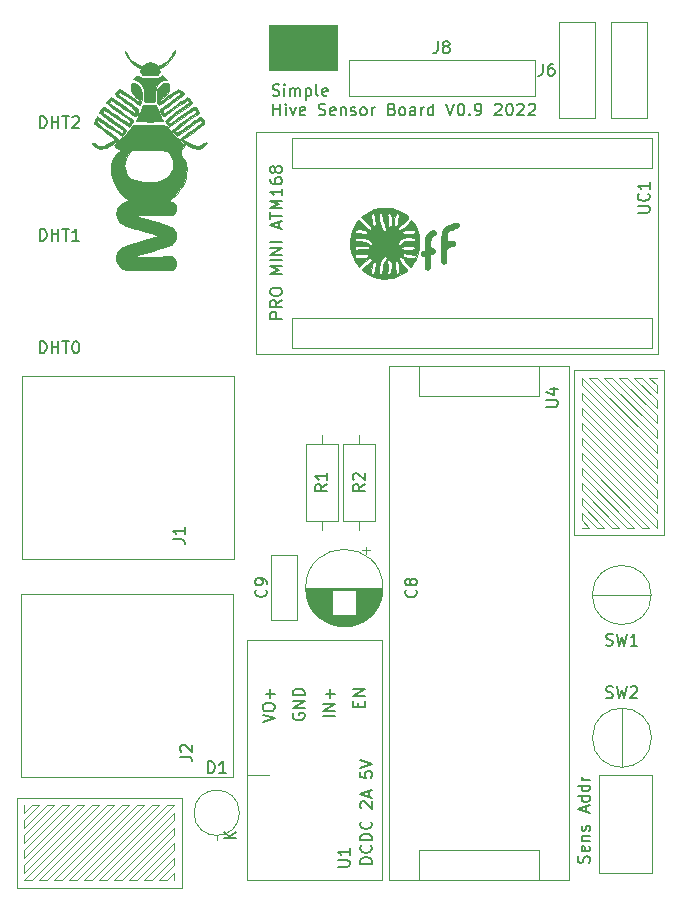
<source format=gto>
G04 #@! TF.GenerationSoftware,KiCad,Pcbnew,5.1.5+dfsg1-2build2*
G04 #@! TF.CreationDate,2022-10-30T21:07:11+01:00*
G04 #@! TF.ProjectId,basicHiveSensor,62617369-6348-4697-9665-53656e736f72,rev?*
G04 #@! TF.SameCoordinates,Original*
G04 #@! TF.FileFunction,Legend,Top*
G04 #@! TF.FilePolarity,Positive*
%FSLAX46Y46*%
G04 Gerber Fmt 4.6, Leading zero omitted, Abs format (unit mm)*
G04 Created by KiCad (PCBNEW 5.1.5+dfsg1-2build2) date 2022-10-30 21:07:11*
%MOMM*%
%LPD*%
G04 APERTURE LIST*
%ADD10C,0.150000*%
%ADD11C,0.100000*%
%ADD12C,0.120000*%
%ADD13C,0.010000*%
G04 APERTURE END LIST*
D10*
X74699761Y-145200238D02*
X74747380Y-145057380D01*
X74747380Y-144819285D01*
X74699761Y-144724047D01*
X74652142Y-144676428D01*
X74556904Y-144628809D01*
X74461666Y-144628809D01*
X74366428Y-144676428D01*
X74318809Y-144724047D01*
X74271190Y-144819285D01*
X74223571Y-145009761D01*
X74175952Y-145105000D01*
X74128333Y-145152619D01*
X74033095Y-145200238D01*
X73937857Y-145200238D01*
X73842619Y-145152619D01*
X73795000Y-145105000D01*
X73747380Y-145009761D01*
X73747380Y-144771666D01*
X73795000Y-144628809D01*
X74699761Y-143819285D02*
X74747380Y-143914523D01*
X74747380Y-144105000D01*
X74699761Y-144200238D01*
X74604523Y-144247857D01*
X74223571Y-144247857D01*
X74128333Y-144200238D01*
X74080714Y-144105000D01*
X74080714Y-143914523D01*
X74128333Y-143819285D01*
X74223571Y-143771666D01*
X74318809Y-143771666D01*
X74414047Y-144247857D01*
X74080714Y-143343095D02*
X74747380Y-143343095D01*
X74175952Y-143343095D02*
X74128333Y-143295476D01*
X74080714Y-143200238D01*
X74080714Y-143057380D01*
X74128333Y-142962142D01*
X74223571Y-142914523D01*
X74747380Y-142914523D01*
X74699761Y-142485952D02*
X74747380Y-142390714D01*
X74747380Y-142200238D01*
X74699761Y-142105000D01*
X74604523Y-142057380D01*
X74556904Y-142057380D01*
X74461666Y-142105000D01*
X74414047Y-142200238D01*
X74414047Y-142343095D01*
X74366428Y-142438333D01*
X74271190Y-142485952D01*
X74223571Y-142485952D01*
X74128333Y-142438333D01*
X74080714Y-142343095D01*
X74080714Y-142200238D01*
X74128333Y-142105000D01*
X74461666Y-140914523D02*
X74461666Y-140438333D01*
X74747380Y-141009761D02*
X73747380Y-140676428D01*
X74747380Y-140343095D01*
X74747380Y-139581190D02*
X73747380Y-139581190D01*
X74699761Y-139581190D02*
X74747380Y-139676428D01*
X74747380Y-139866904D01*
X74699761Y-139962142D01*
X74652142Y-140009761D01*
X74556904Y-140057380D01*
X74271190Y-140057380D01*
X74175952Y-140009761D01*
X74128333Y-139962142D01*
X74080714Y-139866904D01*
X74080714Y-139676428D01*
X74128333Y-139581190D01*
X74747380Y-138676428D02*
X73747380Y-138676428D01*
X74699761Y-138676428D02*
X74747380Y-138771666D01*
X74747380Y-138962142D01*
X74699761Y-139057380D01*
X74652142Y-139105000D01*
X74556904Y-139152619D01*
X74271190Y-139152619D01*
X74175952Y-139105000D01*
X74128333Y-139057380D01*
X74080714Y-138962142D01*
X74080714Y-138771666D01*
X74128333Y-138676428D01*
X74747380Y-138200238D02*
X74080714Y-138200238D01*
X74271190Y-138200238D02*
X74175952Y-138152619D01*
X74128333Y-138105000D01*
X74080714Y-138009761D01*
X74080714Y-137914523D01*
D11*
G36*
X53340000Y-78105000D02*
G01*
X47625000Y-78105000D01*
X47625000Y-74295000D01*
X53340000Y-74295000D01*
X53340000Y-78105000D01*
G37*
X53340000Y-78105000D02*
X47625000Y-78105000D01*
X47625000Y-74295000D01*
X53340000Y-74295000D01*
X53340000Y-78105000D01*
D10*
X47912976Y-80224761D02*
X48055833Y-80272380D01*
X48293928Y-80272380D01*
X48389166Y-80224761D01*
X48436785Y-80177142D01*
X48484404Y-80081904D01*
X48484404Y-79986666D01*
X48436785Y-79891428D01*
X48389166Y-79843809D01*
X48293928Y-79796190D01*
X48103452Y-79748571D01*
X48008214Y-79700952D01*
X47960595Y-79653333D01*
X47912976Y-79558095D01*
X47912976Y-79462857D01*
X47960595Y-79367619D01*
X48008214Y-79320000D01*
X48103452Y-79272380D01*
X48341547Y-79272380D01*
X48484404Y-79320000D01*
X48912976Y-80272380D02*
X48912976Y-79605714D01*
X48912976Y-79272380D02*
X48865357Y-79320000D01*
X48912976Y-79367619D01*
X48960595Y-79320000D01*
X48912976Y-79272380D01*
X48912976Y-79367619D01*
X49389166Y-80272380D02*
X49389166Y-79605714D01*
X49389166Y-79700952D02*
X49436785Y-79653333D01*
X49532023Y-79605714D01*
X49674880Y-79605714D01*
X49770119Y-79653333D01*
X49817738Y-79748571D01*
X49817738Y-80272380D01*
X49817738Y-79748571D02*
X49865357Y-79653333D01*
X49960595Y-79605714D01*
X50103452Y-79605714D01*
X50198690Y-79653333D01*
X50246309Y-79748571D01*
X50246309Y-80272380D01*
X50722500Y-79605714D02*
X50722500Y-80605714D01*
X50722500Y-79653333D02*
X50817738Y-79605714D01*
X51008214Y-79605714D01*
X51103452Y-79653333D01*
X51151071Y-79700952D01*
X51198690Y-79796190D01*
X51198690Y-80081904D01*
X51151071Y-80177142D01*
X51103452Y-80224761D01*
X51008214Y-80272380D01*
X50817738Y-80272380D01*
X50722500Y-80224761D01*
X51770119Y-80272380D02*
X51674880Y-80224761D01*
X51627261Y-80129523D01*
X51627261Y-79272380D01*
X52532023Y-80224761D02*
X52436785Y-80272380D01*
X52246309Y-80272380D01*
X52151071Y-80224761D01*
X52103452Y-80129523D01*
X52103452Y-79748571D01*
X52151071Y-79653333D01*
X52246309Y-79605714D01*
X52436785Y-79605714D01*
X52532023Y-79653333D01*
X52579642Y-79748571D01*
X52579642Y-79843809D01*
X52103452Y-79939047D01*
X47960595Y-81922380D02*
X47960595Y-80922380D01*
X47960595Y-81398571D02*
X48532023Y-81398571D01*
X48532023Y-81922380D02*
X48532023Y-80922380D01*
X49008214Y-81922380D02*
X49008214Y-81255714D01*
X49008214Y-80922380D02*
X48960595Y-80970000D01*
X49008214Y-81017619D01*
X49055833Y-80970000D01*
X49008214Y-80922380D01*
X49008214Y-81017619D01*
X49389166Y-81255714D02*
X49627261Y-81922380D01*
X49865357Y-81255714D01*
X50627261Y-81874761D02*
X50532023Y-81922380D01*
X50341547Y-81922380D01*
X50246309Y-81874761D01*
X50198690Y-81779523D01*
X50198690Y-81398571D01*
X50246309Y-81303333D01*
X50341547Y-81255714D01*
X50532023Y-81255714D01*
X50627261Y-81303333D01*
X50674880Y-81398571D01*
X50674880Y-81493809D01*
X50198690Y-81589047D01*
X51817738Y-81874761D02*
X51960595Y-81922380D01*
X52198690Y-81922380D01*
X52293928Y-81874761D01*
X52341547Y-81827142D01*
X52389166Y-81731904D01*
X52389166Y-81636666D01*
X52341547Y-81541428D01*
X52293928Y-81493809D01*
X52198690Y-81446190D01*
X52008214Y-81398571D01*
X51912976Y-81350952D01*
X51865357Y-81303333D01*
X51817738Y-81208095D01*
X51817738Y-81112857D01*
X51865357Y-81017619D01*
X51912976Y-80970000D01*
X52008214Y-80922380D01*
X52246309Y-80922380D01*
X52389166Y-80970000D01*
X53198690Y-81874761D02*
X53103452Y-81922380D01*
X52912976Y-81922380D01*
X52817738Y-81874761D01*
X52770119Y-81779523D01*
X52770119Y-81398571D01*
X52817738Y-81303333D01*
X52912976Y-81255714D01*
X53103452Y-81255714D01*
X53198690Y-81303333D01*
X53246309Y-81398571D01*
X53246309Y-81493809D01*
X52770119Y-81589047D01*
X53674880Y-81255714D02*
X53674880Y-81922380D01*
X53674880Y-81350952D02*
X53722500Y-81303333D01*
X53817738Y-81255714D01*
X53960595Y-81255714D01*
X54055833Y-81303333D01*
X54103452Y-81398571D01*
X54103452Y-81922380D01*
X54532023Y-81874761D02*
X54627261Y-81922380D01*
X54817738Y-81922380D01*
X54912976Y-81874761D01*
X54960595Y-81779523D01*
X54960595Y-81731904D01*
X54912976Y-81636666D01*
X54817738Y-81589047D01*
X54674880Y-81589047D01*
X54579642Y-81541428D01*
X54532023Y-81446190D01*
X54532023Y-81398571D01*
X54579642Y-81303333D01*
X54674880Y-81255714D01*
X54817738Y-81255714D01*
X54912976Y-81303333D01*
X55532023Y-81922380D02*
X55436785Y-81874761D01*
X55389166Y-81827142D01*
X55341547Y-81731904D01*
X55341547Y-81446190D01*
X55389166Y-81350952D01*
X55436785Y-81303333D01*
X55532023Y-81255714D01*
X55674880Y-81255714D01*
X55770119Y-81303333D01*
X55817738Y-81350952D01*
X55865357Y-81446190D01*
X55865357Y-81731904D01*
X55817738Y-81827142D01*
X55770119Y-81874761D01*
X55674880Y-81922380D01*
X55532023Y-81922380D01*
X56293928Y-81922380D02*
X56293928Y-81255714D01*
X56293928Y-81446190D02*
X56341547Y-81350952D01*
X56389166Y-81303333D01*
X56484404Y-81255714D01*
X56579642Y-81255714D01*
X58008214Y-81398571D02*
X58151071Y-81446190D01*
X58198690Y-81493809D01*
X58246309Y-81589047D01*
X58246309Y-81731904D01*
X58198690Y-81827142D01*
X58151071Y-81874761D01*
X58055833Y-81922380D01*
X57674880Y-81922380D01*
X57674880Y-80922380D01*
X58008214Y-80922380D01*
X58103452Y-80970000D01*
X58151071Y-81017619D01*
X58198690Y-81112857D01*
X58198690Y-81208095D01*
X58151071Y-81303333D01*
X58103452Y-81350952D01*
X58008214Y-81398571D01*
X57674880Y-81398571D01*
X58817738Y-81922380D02*
X58722500Y-81874761D01*
X58674880Y-81827142D01*
X58627261Y-81731904D01*
X58627261Y-81446190D01*
X58674880Y-81350952D01*
X58722500Y-81303333D01*
X58817738Y-81255714D01*
X58960595Y-81255714D01*
X59055833Y-81303333D01*
X59103452Y-81350952D01*
X59151071Y-81446190D01*
X59151071Y-81731904D01*
X59103452Y-81827142D01*
X59055833Y-81874761D01*
X58960595Y-81922380D01*
X58817738Y-81922380D01*
X60008214Y-81922380D02*
X60008214Y-81398571D01*
X59960595Y-81303333D01*
X59865357Y-81255714D01*
X59674880Y-81255714D01*
X59579642Y-81303333D01*
X60008214Y-81874761D02*
X59912976Y-81922380D01*
X59674880Y-81922380D01*
X59579642Y-81874761D01*
X59532023Y-81779523D01*
X59532023Y-81684285D01*
X59579642Y-81589047D01*
X59674880Y-81541428D01*
X59912976Y-81541428D01*
X60008214Y-81493809D01*
X60484404Y-81922380D02*
X60484404Y-81255714D01*
X60484404Y-81446190D02*
X60532023Y-81350952D01*
X60579642Y-81303333D01*
X60674880Y-81255714D01*
X60770119Y-81255714D01*
X61532023Y-81922380D02*
X61532023Y-80922380D01*
X61532023Y-81874761D02*
X61436785Y-81922380D01*
X61246309Y-81922380D01*
X61151071Y-81874761D01*
X61103452Y-81827142D01*
X61055833Y-81731904D01*
X61055833Y-81446190D01*
X61103452Y-81350952D01*
X61151071Y-81303333D01*
X61246309Y-81255714D01*
X61436785Y-81255714D01*
X61532023Y-81303333D01*
X62627261Y-80922380D02*
X62960595Y-81922380D01*
X63293928Y-80922380D01*
X63817738Y-80922380D02*
X63912976Y-80922380D01*
X64008214Y-80970000D01*
X64055833Y-81017619D01*
X64103452Y-81112857D01*
X64151071Y-81303333D01*
X64151071Y-81541428D01*
X64103452Y-81731904D01*
X64055833Y-81827142D01*
X64008214Y-81874761D01*
X63912976Y-81922380D01*
X63817738Y-81922380D01*
X63722500Y-81874761D01*
X63674880Y-81827142D01*
X63627261Y-81731904D01*
X63579642Y-81541428D01*
X63579642Y-81303333D01*
X63627261Y-81112857D01*
X63674880Y-81017619D01*
X63722500Y-80970000D01*
X63817738Y-80922380D01*
X64579642Y-81827142D02*
X64627261Y-81874761D01*
X64579642Y-81922380D01*
X64532023Y-81874761D01*
X64579642Y-81827142D01*
X64579642Y-81922380D01*
X65103452Y-81922380D02*
X65293928Y-81922380D01*
X65389166Y-81874761D01*
X65436785Y-81827142D01*
X65532023Y-81684285D01*
X65579642Y-81493809D01*
X65579642Y-81112857D01*
X65532023Y-81017619D01*
X65484404Y-80970000D01*
X65389166Y-80922380D01*
X65198690Y-80922380D01*
X65103452Y-80970000D01*
X65055833Y-81017619D01*
X65008214Y-81112857D01*
X65008214Y-81350952D01*
X65055833Y-81446190D01*
X65103452Y-81493809D01*
X65198690Y-81541428D01*
X65389166Y-81541428D01*
X65484404Y-81493809D01*
X65532023Y-81446190D01*
X65579642Y-81350952D01*
X66722500Y-81017619D02*
X66770119Y-80970000D01*
X66865357Y-80922380D01*
X67103452Y-80922380D01*
X67198690Y-80970000D01*
X67246309Y-81017619D01*
X67293928Y-81112857D01*
X67293928Y-81208095D01*
X67246309Y-81350952D01*
X66674880Y-81922380D01*
X67293928Y-81922380D01*
X67912976Y-80922380D02*
X68008214Y-80922380D01*
X68103452Y-80970000D01*
X68151071Y-81017619D01*
X68198690Y-81112857D01*
X68246309Y-81303333D01*
X68246309Y-81541428D01*
X68198690Y-81731904D01*
X68151071Y-81827142D01*
X68103452Y-81874761D01*
X68008214Y-81922380D01*
X67912976Y-81922380D01*
X67817738Y-81874761D01*
X67770119Y-81827142D01*
X67722500Y-81731904D01*
X67674880Y-81541428D01*
X67674880Y-81303333D01*
X67722500Y-81112857D01*
X67770119Y-81017619D01*
X67817738Y-80970000D01*
X67912976Y-80922380D01*
X68627261Y-81017619D02*
X68674880Y-80970000D01*
X68770119Y-80922380D01*
X69008214Y-80922380D01*
X69103452Y-80970000D01*
X69151071Y-81017619D01*
X69198690Y-81112857D01*
X69198690Y-81208095D01*
X69151071Y-81350952D01*
X68579642Y-81922380D01*
X69198690Y-81922380D01*
X69579642Y-81017619D02*
X69627261Y-80970000D01*
X69722500Y-80922380D01*
X69960595Y-80922380D01*
X70055833Y-80970000D01*
X70103452Y-81017619D01*
X70151071Y-81112857D01*
X70151071Y-81208095D01*
X70103452Y-81350952D01*
X69532023Y-81922380D01*
X70151071Y-81922380D01*
D12*
X75565000Y-146050000D02*
X75565000Y-137795000D01*
X80010000Y-146050000D02*
X75565000Y-146050000D01*
X80010000Y-137795000D02*
X80010000Y-146050000D01*
X75565000Y-137795000D02*
X80010000Y-137795000D01*
D10*
X28202142Y-102052380D02*
X28202142Y-101052380D01*
X28440238Y-101052380D01*
X28583095Y-101100000D01*
X28678333Y-101195238D01*
X28725952Y-101290476D01*
X28773571Y-101480952D01*
X28773571Y-101623809D01*
X28725952Y-101814285D01*
X28678333Y-101909523D01*
X28583095Y-102004761D01*
X28440238Y-102052380D01*
X28202142Y-102052380D01*
X29202142Y-102052380D02*
X29202142Y-101052380D01*
X29202142Y-101528571D02*
X29773571Y-101528571D01*
X29773571Y-102052380D02*
X29773571Y-101052380D01*
X30106904Y-101052380D02*
X30678333Y-101052380D01*
X30392619Y-102052380D02*
X30392619Y-101052380D01*
X31202142Y-101052380D02*
X31297380Y-101052380D01*
X31392619Y-101100000D01*
X31440238Y-101147619D01*
X31487857Y-101242857D01*
X31535476Y-101433333D01*
X31535476Y-101671428D01*
X31487857Y-101861904D01*
X31440238Y-101957142D01*
X31392619Y-102004761D01*
X31297380Y-102052380D01*
X31202142Y-102052380D01*
X31106904Y-102004761D01*
X31059285Y-101957142D01*
X31011666Y-101861904D01*
X30964047Y-101671428D01*
X30964047Y-101433333D01*
X31011666Y-101242857D01*
X31059285Y-101147619D01*
X31106904Y-101100000D01*
X31202142Y-101052380D01*
X28202142Y-92527380D02*
X28202142Y-91527380D01*
X28440238Y-91527380D01*
X28583095Y-91575000D01*
X28678333Y-91670238D01*
X28725952Y-91765476D01*
X28773571Y-91955952D01*
X28773571Y-92098809D01*
X28725952Y-92289285D01*
X28678333Y-92384523D01*
X28583095Y-92479761D01*
X28440238Y-92527380D01*
X28202142Y-92527380D01*
X29202142Y-92527380D02*
X29202142Y-91527380D01*
X29202142Y-92003571D02*
X29773571Y-92003571D01*
X29773571Y-92527380D02*
X29773571Y-91527380D01*
X30106904Y-91527380D02*
X30678333Y-91527380D01*
X30392619Y-92527380D02*
X30392619Y-91527380D01*
X31535476Y-92527380D02*
X30964047Y-92527380D01*
X31249761Y-92527380D02*
X31249761Y-91527380D01*
X31154523Y-91670238D01*
X31059285Y-91765476D01*
X30964047Y-91813095D01*
X28202142Y-83002380D02*
X28202142Y-82002380D01*
X28440238Y-82002380D01*
X28583095Y-82050000D01*
X28678333Y-82145238D01*
X28725952Y-82240476D01*
X28773571Y-82430952D01*
X28773571Y-82573809D01*
X28725952Y-82764285D01*
X28678333Y-82859523D01*
X28583095Y-82954761D01*
X28440238Y-83002380D01*
X28202142Y-83002380D01*
X29202142Y-83002380D02*
X29202142Y-82002380D01*
X29202142Y-82478571D02*
X29773571Y-82478571D01*
X29773571Y-83002380D02*
X29773571Y-82002380D01*
X30106904Y-82002380D02*
X30678333Y-82002380D01*
X30392619Y-83002380D02*
X30392619Y-82002380D01*
X30964047Y-82097619D02*
X31011666Y-82050000D01*
X31106904Y-82002380D01*
X31345000Y-82002380D01*
X31440238Y-82050000D01*
X31487857Y-82097619D01*
X31535476Y-82192857D01*
X31535476Y-82288095D01*
X31487857Y-82430952D01*
X30916428Y-83002380D01*
X31535476Y-83002380D01*
D13*
G36*
X32650277Y-84229704D02*
G01*
X32777580Y-84272400D01*
X32969724Y-84382149D01*
X32995955Y-84399573D01*
X33175174Y-84506671D01*
X33327190Y-84555065D01*
X33485063Y-84547234D01*
X33681854Y-84485652D01*
X33754957Y-84456436D01*
X33907217Y-84385474D01*
X34080689Y-84292069D01*
X34254645Y-84189126D01*
X34408353Y-84089549D01*
X34521084Y-84006244D01*
X34572107Y-83952114D01*
X34573160Y-83947088D01*
X34535550Y-83910740D01*
X34430227Y-83827524D01*
X34268447Y-83705847D01*
X34061467Y-83554118D01*
X33820545Y-83380744D01*
X33702419Y-83296745D01*
X33447853Y-83114457D01*
X33220515Y-82947985D01*
X33032094Y-82806192D01*
X32894276Y-82697936D01*
X32818750Y-82632078D01*
X32808290Y-82618884D01*
X32814102Y-82547793D01*
X32851179Y-82426322D01*
X32907248Y-82283416D01*
X32970035Y-82148017D01*
X33027264Y-82049068D01*
X33064340Y-82015105D01*
X33112760Y-82042242D01*
X33228571Y-82117887D01*
X33400736Y-82234501D01*
X33618219Y-82384546D01*
X33869983Y-82560484D01*
X34087471Y-82713967D01*
X34358240Y-82904971D01*
X34603099Y-83076018D01*
X34811098Y-83219595D01*
X34971288Y-83328190D01*
X35072721Y-83394291D01*
X35104194Y-83411528D01*
X35167099Y-83379242D01*
X35231473Y-83306029D01*
X35272454Y-83227354D01*
X35266764Y-83179648D01*
X35135936Y-83090098D01*
X34956567Y-82964509D01*
X34741304Y-82812013D01*
X34502793Y-82641746D01*
X34253683Y-82462841D01*
X34006618Y-82284432D01*
X33774248Y-82115653D01*
X33569217Y-81965637D01*
X33404175Y-81843519D01*
X33291766Y-81758433D01*
X33244639Y-81719512D01*
X33244199Y-81718904D01*
X33253531Y-81656787D01*
X33307305Y-81541909D01*
X33388756Y-81407177D01*
X33489083Y-81264829D01*
X33558884Y-81193196D01*
X33614375Y-81178691D01*
X33646555Y-81191192D01*
X33707684Y-81231182D01*
X33835718Y-81318813D01*
X34018951Y-81445937D01*
X34245677Y-81604407D01*
X34504191Y-81786075D01*
X34717752Y-81936788D01*
X35021639Y-82151334D01*
X35256714Y-82315658D01*
X35432821Y-82435260D01*
X35559803Y-82515642D01*
X35647504Y-82562306D01*
X35705768Y-82580752D01*
X35744439Y-82576482D01*
X35773360Y-82554998D01*
X35790143Y-82536116D01*
X35852452Y-82452260D01*
X35873604Y-82406093D01*
X35835647Y-82371068D01*
X35729202Y-82288321D01*
X35564666Y-82165528D01*
X35352434Y-82010368D01*
X35102903Y-81830516D01*
X34852829Y-81652325D01*
X34577213Y-81455415D01*
X34328511Y-81274792D01*
X34117360Y-81118423D01*
X33954399Y-80994272D01*
X33850268Y-80910305D01*
X33815671Y-80875768D01*
X33836863Y-80815001D01*
X33909169Y-80708912D01*
X34008335Y-80590295D01*
X34218268Y-80358417D01*
X34455960Y-80521891D01*
X34571383Y-80602235D01*
X34747966Y-80726352D01*
X34968404Y-80882023D01*
X35215392Y-81057027D01*
X35461358Y-81231837D01*
X35749584Y-81434072D01*
X35967909Y-81580259D01*
X36122206Y-81673934D01*
X36218346Y-81718636D01*
X36262201Y-81717900D01*
X36264020Y-81715317D01*
X36295637Y-81649779D01*
X36306054Y-81589786D01*
X36287125Y-81526726D01*
X36230705Y-81451986D01*
X36128646Y-81356952D01*
X35972803Y-81233012D01*
X35755031Y-81071553D01*
X35467183Y-80863963D01*
X35441176Y-80845314D01*
X35184328Y-80658302D01*
X34955144Y-80485945D01*
X34765003Y-80337252D01*
X34625280Y-80221229D01*
X34547354Y-80146885D01*
X34535073Y-80127928D01*
X34565308Y-80052209D01*
X34669389Y-79945276D01*
X34763114Y-79871104D01*
X35006074Y-79692755D01*
X35781288Y-80232728D01*
X36069111Y-80430526D01*
X36287704Y-80574186D01*
X36444473Y-80668045D01*
X36546821Y-80716439D01*
X36602152Y-80723705D01*
X36610704Y-80718499D01*
X36619196Y-80670680D01*
X36567571Y-80592004D01*
X36447975Y-80471851D01*
X36388380Y-80417832D01*
X36169821Y-80201368D01*
X36028102Y-80001594D01*
X35952062Y-79795868D01*
X35930538Y-79561543D01*
X35932499Y-79493031D01*
X35942566Y-79329404D01*
X35960808Y-79238751D01*
X35999107Y-79197722D01*
X36069346Y-79182966D01*
X36091376Y-79180824D01*
X36295147Y-79208048D01*
X36485917Y-79320056D01*
X36646556Y-79505326D01*
X36692372Y-79585112D01*
X36753859Y-79722771D01*
X36792678Y-79864180D01*
X36814800Y-80040303D01*
X36826099Y-80278700D01*
X36826211Y-80558994D01*
X36807084Y-80759849D01*
X36768815Y-80893217D01*
X36711150Y-80997018D01*
X36660804Y-81048601D01*
X36654698Y-81049858D01*
X36633185Y-81046509D01*
X36599869Y-81032152D01*
X36545008Y-81000323D01*
X36458858Y-80944555D01*
X36331675Y-80858385D01*
X36153717Y-80735346D01*
X35915240Y-80568975D01*
X35647893Y-80381807D01*
X35410493Y-80216057D01*
X35238410Y-80099202D01*
X35118090Y-80024720D01*
X35035978Y-79986089D01*
X34978521Y-79976786D01*
X34932164Y-79990288D01*
X34888785Y-80016512D01*
X34802573Y-80077130D01*
X34765960Y-80111072D01*
X34765949Y-80111269D01*
X34803429Y-80142053D01*
X34908498Y-80220525D01*
X35070100Y-80338633D01*
X35277181Y-80488325D01*
X35518684Y-80661549D01*
X35657600Y-80760674D01*
X35986368Y-80998258D01*
X36236752Y-81187022D01*
X36411917Y-81329541D01*
X36515026Y-81428392D01*
X36549245Y-81486151D01*
X36549251Y-81486629D01*
X36528646Y-81588526D01*
X36476925Y-81721994D01*
X36409229Y-81857175D01*
X36340698Y-81964208D01*
X36286473Y-82013235D01*
X36281936Y-82013805D01*
X36227214Y-81987054D01*
X36107165Y-81912487D01*
X35934672Y-81798633D01*
X35722622Y-81654019D01*
X35483898Y-81487175D01*
X35449452Y-81462791D01*
X35194068Y-81281949D01*
X34951004Y-81110246D01*
X34736791Y-80959329D01*
X34567961Y-80840845D01*
X34461046Y-80766440D01*
X34460457Y-80766034D01*
X34248627Y-80620291D01*
X34144780Y-80730831D01*
X34040932Y-80841372D01*
X35078203Y-81575963D01*
X35355291Y-81774100D01*
X35604469Y-81955934D01*
X35815402Y-82113625D01*
X35977756Y-82239334D01*
X36081193Y-82325219D01*
X36115475Y-82362799D01*
X36090034Y-82437221D01*
X36026101Y-82552592D01*
X35942255Y-82681368D01*
X35857080Y-82796008D01*
X35789154Y-82868969D01*
X35765627Y-82881357D01*
X35714066Y-82854645D01*
X35594902Y-82779405D01*
X35419085Y-82662979D01*
X35197565Y-82512708D01*
X34941290Y-82335935D01*
X34684662Y-82156510D01*
X34406746Y-81963248D01*
X34153701Y-81791574D01*
X33936376Y-81648502D01*
X33765619Y-81541047D01*
X33652279Y-81476221D01*
X33607922Y-81460333D01*
X33547974Y-81523896D01*
X33514611Y-81576679D01*
X33508707Y-81609397D01*
X33528490Y-81652091D01*
X33582073Y-81711501D01*
X33677567Y-81794365D01*
X33823086Y-81907421D01*
X34026743Y-82057408D01*
X34296651Y-82251064D01*
X34502397Y-82397132D01*
X34779230Y-82595372D01*
X35028115Y-82777798D01*
X35238692Y-82936472D01*
X35400600Y-83063460D01*
X35503480Y-83150823D01*
X35537106Y-83189747D01*
X35506175Y-83263099D01*
X35428828Y-83372103D01*
X35328236Y-83490244D01*
X35227570Y-83591009D01*
X35150003Y-83647884D01*
X35132688Y-83652514D01*
X35078165Y-83625774D01*
X34956725Y-83550646D01*
X34779892Y-83434774D01*
X34559189Y-83285799D01*
X34306138Y-83111364D01*
X34115285Y-82977752D01*
X33847927Y-82790360D01*
X33606532Y-82622966D01*
X33402266Y-82483167D01*
X33246296Y-82378559D01*
X33149787Y-82316740D01*
X33123450Y-82302989D01*
X33088645Y-82343354D01*
X33057339Y-82433882D01*
X33041585Y-82528720D01*
X33050663Y-82579860D01*
X33095267Y-82613955D01*
X33206685Y-82695931D01*
X33373439Y-82817436D01*
X33584051Y-82970120D01*
X33827042Y-83145631D01*
X33953689Y-83236886D01*
X34208392Y-83422185D01*
X34435732Y-83591239D01*
X34624260Y-83735231D01*
X34762523Y-83845345D01*
X34839072Y-83912765D01*
X34850526Y-83927355D01*
X34822637Y-83984256D01*
X34728178Y-84076876D01*
X34584020Y-84192672D01*
X34407035Y-84319099D01*
X34214096Y-84443616D01*
X34022074Y-84553678D01*
X33975798Y-84577663D01*
X33778884Y-84660478D01*
X33568460Y-84723702D01*
X33438132Y-84747427D01*
X33301296Y-84757112D01*
X33197197Y-84745169D01*
X33093268Y-84700894D01*
X32956942Y-84613584D01*
X32890807Y-84567554D01*
X32708080Y-84422983D01*
X32610460Y-84313089D01*
X32592882Y-84245964D01*
X32650277Y-84229704D01*
G37*
X32650277Y-84229704D02*
X32777580Y-84272400D01*
X32969724Y-84382149D01*
X32995955Y-84399573D01*
X33175174Y-84506671D01*
X33327190Y-84555065D01*
X33485063Y-84547234D01*
X33681854Y-84485652D01*
X33754957Y-84456436D01*
X33907217Y-84385474D01*
X34080689Y-84292069D01*
X34254645Y-84189126D01*
X34408353Y-84089549D01*
X34521084Y-84006244D01*
X34572107Y-83952114D01*
X34573160Y-83947088D01*
X34535550Y-83910740D01*
X34430227Y-83827524D01*
X34268447Y-83705847D01*
X34061467Y-83554118D01*
X33820545Y-83380744D01*
X33702419Y-83296745D01*
X33447853Y-83114457D01*
X33220515Y-82947985D01*
X33032094Y-82806192D01*
X32894276Y-82697936D01*
X32818750Y-82632078D01*
X32808290Y-82618884D01*
X32814102Y-82547793D01*
X32851179Y-82426322D01*
X32907248Y-82283416D01*
X32970035Y-82148017D01*
X33027264Y-82049068D01*
X33064340Y-82015105D01*
X33112760Y-82042242D01*
X33228571Y-82117887D01*
X33400736Y-82234501D01*
X33618219Y-82384546D01*
X33869983Y-82560484D01*
X34087471Y-82713967D01*
X34358240Y-82904971D01*
X34603099Y-83076018D01*
X34811098Y-83219595D01*
X34971288Y-83328190D01*
X35072721Y-83394291D01*
X35104194Y-83411528D01*
X35167099Y-83379242D01*
X35231473Y-83306029D01*
X35272454Y-83227354D01*
X35266764Y-83179648D01*
X35135936Y-83090098D01*
X34956567Y-82964509D01*
X34741304Y-82812013D01*
X34502793Y-82641746D01*
X34253683Y-82462841D01*
X34006618Y-82284432D01*
X33774248Y-82115653D01*
X33569217Y-81965637D01*
X33404175Y-81843519D01*
X33291766Y-81758433D01*
X33244639Y-81719512D01*
X33244199Y-81718904D01*
X33253531Y-81656787D01*
X33307305Y-81541909D01*
X33388756Y-81407177D01*
X33489083Y-81264829D01*
X33558884Y-81193196D01*
X33614375Y-81178691D01*
X33646555Y-81191192D01*
X33707684Y-81231182D01*
X33835718Y-81318813D01*
X34018951Y-81445937D01*
X34245677Y-81604407D01*
X34504191Y-81786075D01*
X34717752Y-81936788D01*
X35021639Y-82151334D01*
X35256714Y-82315658D01*
X35432821Y-82435260D01*
X35559803Y-82515642D01*
X35647504Y-82562306D01*
X35705768Y-82580752D01*
X35744439Y-82576482D01*
X35773360Y-82554998D01*
X35790143Y-82536116D01*
X35852452Y-82452260D01*
X35873604Y-82406093D01*
X35835647Y-82371068D01*
X35729202Y-82288321D01*
X35564666Y-82165528D01*
X35352434Y-82010368D01*
X35102903Y-81830516D01*
X34852829Y-81652325D01*
X34577213Y-81455415D01*
X34328511Y-81274792D01*
X34117360Y-81118423D01*
X33954399Y-80994272D01*
X33850268Y-80910305D01*
X33815671Y-80875768D01*
X33836863Y-80815001D01*
X33909169Y-80708912D01*
X34008335Y-80590295D01*
X34218268Y-80358417D01*
X34455960Y-80521891D01*
X34571383Y-80602235D01*
X34747966Y-80726352D01*
X34968404Y-80882023D01*
X35215392Y-81057027D01*
X35461358Y-81231837D01*
X35749584Y-81434072D01*
X35967909Y-81580259D01*
X36122206Y-81673934D01*
X36218346Y-81718636D01*
X36262201Y-81717900D01*
X36264020Y-81715317D01*
X36295637Y-81649779D01*
X36306054Y-81589786D01*
X36287125Y-81526726D01*
X36230705Y-81451986D01*
X36128646Y-81356952D01*
X35972803Y-81233012D01*
X35755031Y-81071553D01*
X35467183Y-80863963D01*
X35441176Y-80845314D01*
X35184328Y-80658302D01*
X34955144Y-80485945D01*
X34765003Y-80337252D01*
X34625280Y-80221229D01*
X34547354Y-80146885D01*
X34535073Y-80127928D01*
X34565308Y-80052209D01*
X34669389Y-79945276D01*
X34763114Y-79871104D01*
X35006074Y-79692755D01*
X35781288Y-80232728D01*
X36069111Y-80430526D01*
X36287704Y-80574186D01*
X36444473Y-80668045D01*
X36546821Y-80716439D01*
X36602152Y-80723705D01*
X36610704Y-80718499D01*
X36619196Y-80670680D01*
X36567571Y-80592004D01*
X36447975Y-80471851D01*
X36388380Y-80417832D01*
X36169821Y-80201368D01*
X36028102Y-80001594D01*
X35952062Y-79795868D01*
X35930538Y-79561543D01*
X35932499Y-79493031D01*
X35942566Y-79329404D01*
X35960808Y-79238751D01*
X35999107Y-79197722D01*
X36069346Y-79182966D01*
X36091376Y-79180824D01*
X36295147Y-79208048D01*
X36485917Y-79320056D01*
X36646556Y-79505326D01*
X36692372Y-79585112D01*
X36753859Y-79722771D01*
X36792678Y-79864180D01*
X36814800Y-80040303D01*
X36826099Y-80278700D01*
X36826211Y-80558994D01*
X36807084Y-80759849D01*
X36768815Y-80893217D01*
X36711150Y-80997018D01*
X36660804Y-81048601D01*
X36654698Y-81049858D01*
X36633185Y-81046509D01*
X36599869Y-81032152D01*
X36545008Y-81000323D01*
X36458858Y-80944555D01*
X36331675Y-80858385D01*
X36153717Y-80735346D01*
X35915240Y-80568975D01*
X35647893Y-80381807D01*
X35410493Y-80216057D01*
X35238410Y-80099202D01*
X35118090Y-80024720D01*
X35035978Y-79986089D01*
X34978521Y-79976786D01*
X34932164Y-79990288D01*
X34888785Y-80016512D01*
X34802573Y-80077130D01*
X34765960Y-80111072D01*
X34765949Y-80111269D01*
X34803429Y-80142053D01*
X34908498Y-80220525D01*
X35070100Y-80338633D01*
X35277181Y-80488325D01*
X35518684Y-80661549D01*
X35657600Y-80760674D01*
X35986368Y-80998258D01*
X36236752Y-81187022D01*
X36411917Y-81329541D01*
X36515026Y-81428392D01*
X36549245Y-81486151D01*
X36549251Y-81486629D01*
X36528646Y-81588526D01*
X36476925Y-81721994D01*
X36409229Y-81857175D01*
X36340698Y-81964208D01*
X36286473Y-82013235D01*
X36281936Y-82013805D01*
X36227214Y-81987054D01*
X36107165Y-81912487D01*
X35934672Y-81798633D01*
X35722622Y-81654019D01*
X35483898Y-81487175D01*
X35449452Y-81462791D01*
X35194068Y-81281949D01*
X34951004Y-81110246D01*
X34736791Y-80959329D01*
X34567961Y-80840845D01*
X34461046Y-80766440D01*
X34460457Y-80766034D01*
X34248627Y-80620291D01*
X34144780Y-80730831D01*
X34040932Y-80841372D01*
X35078203Y-81575963D01*
X35355291Y-81774100D01*
X35604469Y-81955934D01*
X35815402Y-82113625D01*
X35977756Y-82239334D01*
X36081193Y-82325219D01*
X36115475Y-82362799D01*
X36090034Y-82437221D01*
X36026101Y-82552592D01*
X35942255Y-82681368D01*
X35857080Y-82796008D01*
X35789154Y-82868969D01*
X35765627Y-82881357D01*
X35714066Y-82854645D01*
X35594902Y-82779405D01*
X35419085Y-82662979D01*
X35197565Y-82512708D01*
X34941290Y-82335935D01*
X34684662Y-82156510D01*
X34406746Y-81963248D01*
X34153701Y-81791574D01*
X33936376Y-81648502D01*
X33765619Y-81541047D01*
X33652279Y-81476221D01*
X33607922Y-81460333D01*
X33547974Y-81523896D01*
X33514611Y-81576679D01*
X33508707Y-81609397D01*
X33528490Y-81652091D01*
X33582073Y-81711501D01*
X33677567Y-81794365D01*
X33823086Y-81907421D01*
X34026743Y-82057408D01*
X34296651Y-82251064D01*
X34502397Y-82397132D01*
X34779230Y-82595372D01*
X35028115Y-82777798D01*
X35238692Y-82936472D01*
X35400600Y-83063460D01*
X35503480Y-83150823D01*
X35537106Y-83189747D01*
X35506175Y-83263099D01*
X35428828Y-83372103D01*
X35328236Y-83490244D01*
X35227570Y-83591009D01*
X35150003Y-83647884D01*
X35132688Y-83652514D01*
X35078165Y-83625774D01*
X34956725Y-83550646D01*
X34779892Y-83434774D01*
X34559189Y-83285799D01*
X34306138Y-83111364D01*
X34115285Y-82977752D01*
X33847927Y-82790360D01*
X33606532Y-82622966D01*
X33402266Y-82483167D01*
X33246296Y-82378559D01*
X33149787Y-82316740D01*
X33123450Y-82302989D01*
X33088645Y-82343354D01*
X33057339Y-82433882D01*
X33041585Y-82528720D01*
X33050663Y-82579860D01*
X33095267Y-82613955D01*
X33206685Y-82695931D01*
X33373439Y-82817436D01*
X33584051Y-82970120D01*
X33827042Y-83145631D01*
X33953689Y-83236886D01*
X34208392Y-83422185D01*
X34435732Y-83591239D01*
X34624260Y-83735231D01*
X34762523Y-83845345D01*
X34839072Y-83912765D01*
X34850526Y-83927355D01*
X34822637Y-83984256D01*
X34728178Y-84076876D01*
X34584020Y-84192672D01*
X34407035Y-84319099D01*
X34214096Y-84443616D01*
X34022074Y-84553678D01*
X33975798Y-84577663D01*
X33778884Y-84660478D01*
X33568460Y-84723702D01*
X33438132Y-84747427D01*
X33301296Y-84757112D01*
X33197197Y-84745169D01*
X33093268Y-84700894D01*
X32956942Y-84613584D01*
X32890807Y-84567554D01*
X32708080Y-84422983D01*
X32610460Y-84313089D01*
X32592882Y-84245964D01*
X32650277Y-84229704D01*
G36*
X36376957Y-82334462D02*
G01*
X36431371Y-82209273D01*
X36509090Y-82046636D01*
X36532121Y-82000552D01*
X36635452Y-81781598D01*
X36736552Y-81544210D01*
X36812485Y-81342710D01*
X36917188Y-81033095D01*
X37476450Y-81029427D01*
X38035711Y-81025759D01*
X38190530Y-81435437D01*
X38280347Y-81662335D01*
X38378761Y-81894206D01*
X38467317Y-82087880D01*
X38483543Y-82120874D01*
X38554930Y-82267012D01*
X38604847Y-82376239D01*
X38621736Y-82422108D01*
X38575758Y-82429279D01*
X38446697Y-82435669D01*
X38247864Y-82440979D01*
X37992569Y-82444909D01*
X37694123Y-82447160D01*
X37489099Y-82447581D01*
X37082040Y-82445495D01*
X36763211Y-82439298D01*
X36534666Y-82429079D01*
X36398462Y-82414928D01*
X36356461Y-82398180D01*
X36376957Y-82334462D01*
G37*
X36376957Y-82334462D02*
X36431371Y-82209273D01*
X36509090Y-82046636D01*
X36532121Y-82000552D01*
X36635452Y-81781598D01*
X36736552Y-81544210D01*
X36812485Y-81342710D01*
X36917188Y-81033095D01*
X37476450Y-81029427D01*
X38035711Y-81025759D01*
X38190530Y-81435437D01*
X38280347Y-81662335D01*
X38378761Y-81894206D01*
X38467317Y-82087880D01*
X38483543Y-82120874D01*
X38554930Y-82267012D01*
X38604847Y-82376239D01*
X38621736Y-82422108D01*
X38575758Y-82429279D01*
X38446697Y-82435669D01*
X38247864Y-82440979D01*
X37992569Y-82444909D01*
X37694123Y-82447160D01*
X37489099Y-82447581D01*
X37082040Y-82445495D01*
X36763211Y-82439298D01*
X36534666Y-82429079D01*
X36398462Y-82414928D01*
X36356461Y-82398180D01*
X36376957Y-82334462D01*
G36*
X36218606Y-78752770D02*
G01*
X36349207Y-78628382D01*
X36453933Y-78578468D01*
X36560765Y-78597559D01*
X36673876Y-78663782D01*
X36751658Y-78712752D01*
X36828339Y-78746345D01*
X36923643Y-78767442D01*
X37057295Y-78778925D01*
X37249020Y-78783678D01*
X37500590Y-78784583D01*
X37796104Y-78781459D01*
X38012779Y-78770980D01*
X38168004Y-78751480D01*
X38279164Y-78721295D01*
X38313219Y-78706795D01*
X38419436Y-78646149D01*
X38474848Y-78594513D01*
X38477144Y-78586302D01*
X38506058Y-78540567D01*
X38583536Y-78560148D01*
X38695681Y-78636941D01*
X38828596Y-78762842D01*
X38882242Y-78822552D01*
X38942283Y-78898193D01*
X38930590Y-78925525D01*
X38844546Y-78929175D01*
X38675877Y-78957338D01*
X38482759Y-79028821D01*
X38313850Y-79124116D01*
X38268941Y-79159950D01*
X38123761Y-79348250D01*
X38015473Y-79606166D01*
X37949532Y-79912185D01*
X37931395Y-80244800D01*
X37944596Y-80438547D01*
X37958838Y-80601940D01*
X37951302Y-80696388D01*
X37917876Y-80747707D01*
X37892788Y-80763879D01*
X37793269Y-80788591D01*
X37632479Y-80801189D01*
X37444791Y-80801569D01*
X37264578Y-80789625D01*
X37129613Y-80766217D01*
X37073546Y-80746381D01*
X37039479Y-80711775D01*
X37022907Y-80642386D01*
X37019323Y-80518197D01*
X37024221Y-80319195D01*
X37024804Y-80300727D01*
X37024290Y-80071391D01*
X37010751Y-79847014D01*
X36986935Y-79667822D01*
X36979189Y-79632763D01*
X36877231Y-79392653D01*
X36710207Y-79177238D01*
X36502063Y-79011833D01*
X36315001Y-78930599D01*
X36104850Y-78874401D01*
X36218606Y-78752770D01*
G37*
X36218606Y-78752770D02*
X36349207Y-78628382D01*
X36453933Y-78578468D01*
X36560765Y-78597559D01*
X36673876Y-78663782D01*
X36751658Y-78712752D01*
X36828339Y-78746345D01*
X36923643Y-78767442D01*
X37057295Y-78778925D01*
X37249020Y-78783678D01*
X37500590Y-78784583D01*
X37796104Y-78781459D01*
X38012779Y-78770980D01*
X38168004Y-78751480D01*
X38279164Y-78721295D01*
X38313219Y-78706795D01*
X38419436Y-78646149D01*
X38474848Y-78594513D01*
X38477144Y-78586302D01*
X38506058Y-78540567D01*
X38583536Y-78560148D01*
X38695681Y-78636941D01*
X38828596Y-78762842D01*
X38882242Y-78822552D01*
X38942283Y-78898193D01*
X38930590Y-78925525D01*
X38844546Y-78929175D01*
X38675877Y-78957338D01*
X38482759Y-79028821D01*
X38313850Y-79124116D01*
X38268941Y-79159950D01*
X38123761Y-79348250D01*
X38015473Y-79606166D01*
X37949532Y-79912185D01*
X37931395Y-80244800D01*
X37944596Y-80438547D01*
X37958838Y-80601940D01*
X37951302Y-80696388D01*
X37917876Y-80747707D01*
X37892788Y-80763879D01*
X37793269Y-80788591D01*
X37632479Y-80801189D01*
X37444791Y-80801569D01*
X37264578Y-80789625D01*
X37129613Y-80766217D01*
X37073546Y-80746381D01*
X37039479Y-80711775D01*
X37022907Y-80642386D01*
X37019323Y-80518197D01*
X37024221Y-80319195D01*
X37024804Y-80300727D01*
X37024290Y-80071391D01*
X37010751Y-79847014D01*
X36986935Y-79667822D01*
X36979189Y-79632763D01*
X36877231Y-79392653D01*
X36710207Y-79177238D01*
X36502063Y-79011833D01*
X36315001Y-78930599D01*
X36104850Y-78874401D01*
X36218606Y-78752770D01*
G36*
X35418717Y-76466664D02*
G01*
X35454325Y-76490140D01*
X35516694Y-76585695D01*
X35584877Y-76708178D01*
X35794955Y-77031375D01*
X36046949Y-77312216D01*
X36319600Y-77528516D01*
X36433727Y-77594055D01*
X36628396Y-77684680D01*
X36767680Y-77724081D01*
X36876568Y-77714247D01*
X36980050Y-77657165D01*
X37003398Y-77639390D01*
X37254545Y-77497487D01*
X37521314Y-77448073D01*
X37790706Y-77491588D01*
X38016562Y-77605022D01*
X38145018Y-77683929D01*
X38249338Y-77715224D01*
X38361514Y-77698568D01*
X38513538Y-77633622D01*
X38582882Y-77599013D01*
X38867303Y-77410449D01*
X39135453Y-77149259D01*
X39364556Y-76838992D01*
X39432869Y-76720228D01*
X39514065Y-76573149D01*
X39578096Y-76466849D01*
X39611814Y-76423076D01*
X39612608Y-76422913D01*
X39638177Y-76461992D01*
X39624281Y-76565171D01*
X39576567Y-76711361D01*
X39500679Y-76879471D01*
X39479796Y-76919088D01*
X39337612Y-77133509D01*
X39147377Y-77355076D01*
X38932545Y-77561410D01*
X38716572Y-77730132D01*
X38522911Y-77838862D01*
X38510835Y-77843633D01*
X38381773Y-77898253D01*
X38324720Y-77946348D01*
X38319926Y-78010934D01*
X38330257Y-78054070D01*
X38341351Y-78201709D01*
X38306439Y-78343696D01*
X38237270Y-78443947D01*
X38195981Y-78466467D01*
X37998558Y-78504611D01*
X37742097Y-78527718D01*
X37463072Y-78533800D01*
X37198482Y-78520913D01*
X37011026Y-78500486D01*
X36895201Y-78476112D01*
X36826418Y-78438079D01*
X36780085Y-78376677D01*
X36765728Y-78350013D01*
X36719463Y-78188216D01*
X36722846Y-78073250D01*
X36732047Y-77987275D01*
X36702534Y-77931482D01*
X36613929Y-77882568D01*
X36525311Y-77847357D01*
X36333245Y-77745839D01*
X36128738Y-77590728D01*
X35925641Y-77398558D01*
X35737804Y-77185857D01*
X35579077Y-76969158D01*
X35463311Y-76764992D01*
X35404354Y-76589890D01*
X35401889Y-76506466D01*
X35418717Y-76466664D01*
G37*
X35418717Y-76466664D02*
X35454325Y-76490140D01*
X35516694Y-76585695D01*
X35584877Y-76708178D01*
X35794955Y-77031375D01*
X36046949Y-77312216D01*
X36319600Y-77528516D01*
X36433727Y-77594055D01*
X36628396Y-77684680D01*
X36767680Y-77724081D01*
X36876568Y-77714247D01*
X36980050Y-77657165D01*
X37003398Y-77639390D01*
X37254545Y-77497487D01*
X37521314Y-77448073D01*
X37790706Y-77491588D01*
X38016562Y-77605022D01*
X38145018Y-77683929D01*
X38249338Y-77715224D01*
X38361514Y-77698568D01*
X38513538Y-77633622D01*
X38582882Y-77599013D01*
X38867303Y-77410449D01*
X39135453Y-77149259D01*
X39364556Y-76838992D01*
X39432869Y-76720228D01*
X39514065Y-76573149D01*
X39578096Y-76466849D01*
X39611814Y-76423076D01*
X39612608Y-76422913D01*
X39638177Y-76461992D01*
X39624281Y-76565171D01*
X39576567Y-76711361D01*
X39500679Y-76879471D01*
X39479796Y-76919088D01*
X39337612Y-77133509D01*
X39147377Y-77355076D01*
X38932545Y-77561410D01*
X38716572Y-77730132D01*
X38522911Y-77838862D01*
X38510835Y-77843633D01*
X38381773Y-77898253D01*
X38324720Y-77946348D01*
X38319926Y-78010934D01*
X38330257Y-78054070D01*
X38341351Y-78201709D01*
X38306439Y-78343696D01*
X38237270Y-78443947D01*
X38195981Y-78466467D01*
X37998558Y-78504611D01*
X37742097Y-78527718D01*
X37463072Y-78533800D01*
X37198482Y-78520913D01*
X37011026Y-78500486D01*
X36895201Y-78476112D01*
X36826418Y-78438079D01*
X36780085Y-78376677D01*
X36765728Y-78350013D01*
X36719463Y-78188216D01*
X36722846Y-78073250D01*
X36732047Y-77987275D01*
X36702534Y-77931482D01*
X36613929Y-77882568D01*
X36525311Y-77847357D01*
X36333245Y-77745839D01*
X36128738Y-77590728D01*
X35925641Y-77398558D01*
X35737804Y-77185857D01*
X35579077Y-76969158D01*
X35463311Y-76764992D01*
X35404354Y-76589890D01*
X35401889Y-76506466D01*
X35418717Y-76466664D01*
G36*
X34262150Y-85977361D02*
G01*
X34280392Y-85883653D01*
X34382156Y-85613959D01*
X34542292Y-85352400D01*
X34737827Y-85132117D01*
X34875523Y-85025178D01*
X35089928Y-84889535D01*
X34867692Y-84776489D01*
X34720243Y-84687340D01*
X34599651Y-84590130D01*
X34562736Y-84548696D01*
X34527198Y-84494105D01*
X34519434Y-84447175D01*
X34550042Y-84392189D01*
X34629619Y-84313432D01*
X34768763Y-84195184D01*
X34842012Y-84134517D01*
X35210048Y-83797344D01*
X35575246Y-83402462D01*
X35906000Y-82984163D01*
X35919306Y-82965702D01*
X36083618Y-82736765D01*
X37080188Y-82736765D01*
X37414801Y-82738317D01*
X37748173Y-82742635D01*
X38056655Y-82749212D01*
X38316594Y-82757542D01*
X38504340Y-82767118D01*
X38507648Y-82767350D01*
X38938540Y-82797936D01*
X39129569Y-83061577D01*
X39283166Y-83255476D01*
X39486292Y-83486839D01*
X39715115Y-83730685D01*
X39945804Y-83962035D01*
X40154527Y-84155907D01*
X40251722Y-84237827D01*
X40459886Y-84404103D01*
X40287870Y-84659718D01*
X40197458Y-84807676D01*
X40135156Y-84935652D01*
X40115854Y-85005884D01*
X40137052Y-85083415D01*
X40194572Y-85224925D01*
X40279300Y-85409374D01*
X40368890Y-85590034D01*
X40479993Y-85811205D01*
X40553439Y-85975466D01*
X40597581Y-86110608D01*
X40620776Y-86244425D01*
X40631378Y-86404709D01*
X40633613Y-86470635D01*
X40609954Y-86923844D01*
X40552631Y-87202395D01*
X40370580Y-87705080D01*
X40108995Y-88170271D01*
X39778020Y-88583972D01*
X39387799Y-88932185D01*
X39210359Y-89054474D01*
X38988443Y-89195209D01*
X39144865Y-89195209D01*
X39356099Y-89234030D01*
X39547494Y-89337049D01*
X39655054Y-89446645D01*
X39707904Y-89584044D01*
X39727938Y-89771915D01*
X39714860Y-89969984D01*
X39668375Y-90137981D01*
X39660252Y-90154761D01*
X39620567Y-90223443D01*
X39573269Y-90278784D01*
X39508491Y-90321941D01*
X39416370Y-90354071D01*
X39287041Y-90376333D01*
X39110637Y-90389884D01*
X38877295Y-90395883D01*
X38577149Y-90395486D01*
X38200333Y-90389853D01*
X37739508Y-90380196D01*
X37687632Y-90379140D01*
X37687632Y-87589834D01*
X38159547Y-87537018D01*
X38564619Y-87425527D01*
X38900002Y-87257143D01*
X39162853Y-87033652D01*
X39350327Y-86756838D01*
X39459579Y-86428485D01*
X39488818Y-86116171D01*
X39481382Y-85909802D01*
X39461461Y-85714640D01*
X39434275Y-85576662D01*
X39321095Y-85339470D01*
X39143326Y-85125494D01*
X38930050Y-84968305D01*
X38890231Y-84948677D01*
X38823216Y-84922015D01*
X38745344Y-84901185D01*
X38644433Y-84885469D01*
X38508304Y-84874151D01*
X38324773Y-84866513D01*
X38081661Y-84861839D01*
X37766786Y-84859412D01*
X37367966Y-84858514D01*
X37358233Y-84858507D01*
X36022434Y-84857448D01*
X35848971Y-85009751D01*
X35647525Y-85244558D01*
X35494006Y-85540163D01*
X35397396Y-85869184D01*
X35366681Y-86204240D01*
X35387191Y-86417131D01*
X35464580Y-86725613D01*
X35577412Y-86975905D01*
X35735042Y-87174183D01*
X35946822Y-87326624D01*
X36222109Y-87439404D01*
X36570254Y-87518698D01*
X37000613Y-87570684D01*
X37151717Y-87582188D01*
X37687632Y-87589834D01*
X37687632Y-90379140D01*
X37365405Y-90372580D01*
X37025306Y-90367043D01*
X36730343Y-90363659D01*
X36491647Y-90362497D01*
X36320350Y-90363631D01*
X36227586Y-90367130D01*
X36214264Y-90370406D01*
X36264728Y-90389696D01*
X36396636Y-90433104D01*
X36599050Y-90497221D01*
X36861032Y-90578641D01*
X37171645Y-90673957D01*
X37519950Y-90779760D01*
X37779806Y-90858080D01*
X38223376Y-90991988D01*
X38584127Y-91103346D01*
X38871765Y-91196652D01*
X39095992Y-91276406D01*
X39266512Y-91347105D01*
X39393030Y-91413248D01*
X39485250Y-91479332D01*
X39552874Y-91549857D01*
X39605608Y-91629320D01*
X39653154Y-91722220D01*
X39655756Y-91727691D01*
X39706413Y-91902036D01*
X39728112Y-92121622D01*
X39719012Y-92339188D01*
X39685368Y-92488074D01*
X39623695Y-92592943D01*
X39520526Y-92719654D01*
X39471115Y-92770656D01*
X39417100Y-92818344D01*
X39352135Y-92862925D01*
X39265800Y-92908217D01*
X39147677Y-92958039D01*
X38987345Y-93016208D01*
X38774387Y-93086543D01*
X38498383Y-93172862D01*
X38148914Y-93278983D01*
X37792968Y-93385622D01*
X37424861Y-93495704D01*
X37083454Y-93598130D01*
X36780488Y-93689351D01*
X36527706Y-93765819D01*
X36336850Y-93823986D01*
X36219664Y-93860304D01*
X36189738Y-93870080D01*
X36213545Y-93877341D01*
X36323564Y-93882761D01*
X36509628Y-93886273D01*
X36761570Y-93887807D01*
X37069222Y-93887295D01*
X37422418Y-93884669D01*
X37757876Y-93880625D01*
X39420442Y-93857213D01*
X39553783Y-93972226D01*
X39684235Y-94143282D01*
X39742686Y-94351383D01*
X39729742Y-94570168D01*
X39646009Y-94773276D01*
X39532378Y-94903496D01*
X39385498Y-95027087D01*
X37386613Y-95027087D01*
X36879292Y-95027080D01*
X36458933Y-95026282D01*
X36116103Y-95023534D01*
X35841370Y-95017674D01*
X35625300Y-95007540D01*
X35458461Y-94991971D01*
X35331421Y-94969806D01*
X35234748Y-94939884D01*
X35159008Y-94901043D01*
X35094769Y-94852123D01*
X35032599Y-94791961D01*
X34973230Y-94729966D01*
X34786020Y-94471207D01*
X34686314Y-94186335D01*
X34674518Y-93890548D01*
X34751041Y-93599041D01*
X34916293Y-93327013D01*
X34934943Y-93304692D01*
X34985312Y-93247999D01*
X35037624Y-93198115D01*
X35100993Y-93151559D01*
X35184537Y-93104845D01*
X35297370Y-93054489D01*
X35448608Y-92997008D01*
X35647368Y-92928917D01*
X35902764Y-92846732D01*
X36223912Y-92746969D01*
X36619929Y-92626144D01*
X37055323Y-92494265D01*
X37361699Y-92400933D01*
X37638892Y-92315247D01*
X37872961Y-92241619D01*
X38049965Y-92184458D01*
X38155964Y-92148175D01*
X38178605Y-92138908D01*
X38150099Y-92117082D01*
X38038452Y-92071549D01*
X37853091Y-92005494D01*
X37603443Y-91922101D01*
X37298935Y-91824555D01*
X36948994Y-91716040D01*
X36732685Y-91650461D01*
X36315878Y-91524654D01*
X35980876Y-91422057D01*
X35717004Y-91338685D01*
X35513587Y-91270551D01*
X35359951Y-91213669D01*
X35245422Y-91164053D01*
X35159326Y-91117717D01*
X35090987Y-91070675D01*
X35029732Y-91018941D01*
X35021519Y-91011467D01*
X34828419Y-90777791D01*
X34715583Y-90516692D01*
X34678199Y-90243288D01*
X34711457Y-89972696D01*
X34810545Y-89720032D01*
X34970653Y-89500412D01*
X35186969Y-89328955D01*
X35454683Y-89220775D01*
X35599368Y-89195832D01*
X35839242Y-89171110D01*
X35566256Y-88983519D01*
X35184671Y-88667673D01*
X34846824Y-88281914D01*
X34569922Y-87849004D01*
X34377999Y-87411907D01*
X34314113Y-87163856D01*
X34268515Y-86863953D01*
X34243274Y-86544620D01*
X34240462Y-86238281D01*
X34262150Y-85977361D01*
G37*
X34262150Y-85977361D02*
X34280392Y-85883653D01*
X34382156Y-85613959D01*
X34542292Y-85352400D01*
X34737827Y-85132117D01*
X34875523Y-85025178D01*
X35089928Y-84889535D01*
X34867692Y-84776489D01*
X34720243Y-84687340D01*
X34599651Y-84590130D01*
X34562736Y-84548696D01*
X34527198Y-84494105D01*
X34519434Y-84447175D01*
X34550042Y-84392189D01*
X34629619Y-84313432D01*
X34768763Y-84195184D01*
X34842012Y-84134517D01*
X35210048Y-83797344D01*
X35575246Y-83402462D01*
X35906000Y-82984163D01*
X35919306Y-82965702D01*
X36083618Y-82736765D01*
X37080188Y-82736765D01*
X37414801Y-82738317D01*
X37748173Y-82742635D01*
X38056655Y-82749212D01*
X38316594Y-82757542D01*
X38504340Y-82767118D01*
X38507648Y-82767350D01*
X38938540Y-82797936D01*
X39129569Y-83061577D01*
X39283166Y-83255476D01*
X39486292Y-83486839D01*
X39715115Y-83730685D01*
X39945804Y-83962035D01*
X40154527Y-84155907D01*
X40251722Y-84237827D01*
X40459886Y-84404103D01*
X40287870Y-84659718D01*
X40197458Y-84807676D01*
X40135156Y-84935652D01*
X40115854Y-85005884D01*
X40137052Y-85083415D01*
X40194572Y-85224925D01*
X40279300Y-85409374D01*
X40368890Y-85590034D01*
X40479993Y-85811205D01*
X40553439Y-85975466D01*
X40597581Y-86110608D01*
X40620776Y-86244425D01*
X40631378Y-86404709D01*
X40633613Y-86470635D01*
X40609954Y-86923844D01*
X40552631Y-87202395D01*
X40370580Y-87705080D01*
X40108995Y-88170271D01*
X39778020Y-88583972D01*
X39387799Y-88932185D01*
X39210359Y-89054474D01*
X38988443Y-89195209D01*
X39144865Y-89195209D01*
X39356099Y-89234030D01*
X39547494Y-89337049D01*
X39655054Y-89446645D01*
X39707904Y-89584044D01*
X39727938Y-89771915D01*
X39714860Y-89969984D01*
X39668375Y-90137981D01*
X39660252Y-90154761D01*
X39620567Y-90223443D01*
X39573269Y-90278784D01*
X39508491Y-90321941D01*
X39416370Y-90354071D01*
X39287041Y-90376333D01*
X39110637Y-90389884D01*
X38877295Y-90395883D01*
X38577149Y-90395486D01*
X38200333Y-90389853D01*
X37739508Y-90380196D01*
X37687632Y-90379140D01*
X37687632Y-87589834D01*
X38159547Y-87537018D01*
X38564619Y-87425527D01*
X38900002Y-87257143D01*
X39162853Y-87033652D01*
X39350327Y-86756838D01*
X39459579Y-86428485D01*
X39488818Y-86116171D01*
X39481382Y-85909802D01*
X39461461Y-85714640D01*
X39434275Y-85576662D01*
X39321095Y-85339470D01*
X39143326Y-85125494D01*
X38930050Y-84968305D01*
X38890231Y-84948677D01*
X38823216Y-84922015D01*
X38745344Y-84901185D01*
X38644433Y-84885469D01*
X38508304Y-84874151D01*
X38324773Y-84866513D01*
X38081661Y-84861839D01*
X37766786Y-84859412D01*
X37367966Y-84858514D01*
X37358233Y-84858507D01*
X36022434Y-84857448D01*
X35848971Y-85009751D01*
X35647525Y-85244558D01*
X35494006Y-85540163D01*
X35397396Y-85869184D01*
X35366681Y-86204240D01*
X35387191Y-86417131D01*
X35464580Y-86725613D01*
X35577412Y-86975905D01*
X35735042Y-87174183D01*
X35946822Y-87326624D01*
X36222109Y-87439404D01*
X36570254Y-87518698D01*
X37000613Y-87570684D01*
X37151717Y-87582188D01*
X37687632Y-87589834D01*
X37687632Y-90379140D01*
X37365405Y-90372580D01*
X37025306Y-90367043D01*
X36730343Y-90363659D01*
X36491647Y-90362497D01*
X36320350Y-90363631D01*
X36227586Y-90367130D01*
X36214264Y-90370406D01*
X36264728Y-90389696D01*
X36396636Y-90433104D01*
X36599050Y-90497221D01*
X36861032Y-90578641D01*
X37171645Y-90673957D01*
X37519950Y-90779760D01*
X37779806Y-90858080D01*
X38223376Y-90991988D01*
X38584127Y-91103346D01*
X38871765Y-91196652D01*
X39095992Y-91276406D01*
X39266512Y-91347105D01*
X39393030Y-91413248D01*
X39485250Y-91479332D01*
X39552874Y-91549857D01*
X39605608Y-91629320D01*
X39653154Y-91722220D01*
X39655756Y-91727691D01*
X39706413Y-91902036D01*
X39728112Y-92121622D01*
X39719012Y-92339188D01*
X39685368Y-92488074D01*
X39623695Y-92592943D01*
X39520526Y-92719654D01*
X39471115Y-92770656D01*
X39417100Y-92818344D01*
X39352135Y-92862925D01*
X39265800Y-92908217D01*
X39147677Y-92958039D01*
X38987345Y-93016208D01*
X38774387Y-93086543D01*
X38498383Y-93172862D01*
X38148914Y-93278983D01*
X37792968Y-93385622D01*
X37424861Y-93495704D01*
X37083454Y-93598130D01*
X36780488Y-93689351D01*
X36527706Y-93765819D01*
X36336850Y-93823986D01*
X36219664Y-93860304D01*
X36189738Y-93870080D01*
X36213545Y-93877341D01*
X36323564Y-93882761D01*
X36509628Y-93886273D01*
X36761570Y-93887807D01*
X37069222Y-93887295D01*
X37422418Y-93884669D01*
X37757876Y-93880625D01*
X39420442Y-93857213D01*
X39553783Y-93972226D01*
X39684235Y-94143282D01*
X39742686Y-94351383D01*
X39729742Y-94570168D01*
X39646009Y-94773276D01*
X39532378Y-94903496D01*
X39385498Y-95027087D01*
X37386613Y-95027087D01*
X36879292Y-95027080D01*
X36458933Y-95026282D01*
X36116103Y-95023534D01*
X35841370Y-95017674D01*
X35625300Y-95007540D01*
X35458461Y-94991971D01*
X35331421Y-94969806D01*
X35234748Y-94939884D01*
X35159008Y-94901043D01*
X35094769Y-94852123D01*
X35032599Y-94791961D01*
X34973230Y-94729966D01*
X34786020Y-94471207D01*
X34686314Y-94186335D01*
X34674518Y-93890548D01*
X34751041Y-93599041D01*
X34916293Y-93327013D01*
X34934943Y-93304692D01*
X34985312Y-93247999D01*
X35037624Y-93198115D01*
X35100993Y-93151559D01*
X35184537Y-93104845D01*
X35297370Y-93054489D01*
X35448608Y-92997008D01*
X35647368Y-92928917D01*
X35902764Y-92846732D01*
X36223912Y-92746969D01*
X36619929Y-92626144D01*
X37055323Y-92494265D01*
X37361699Y-92400933D01*
X37638892Y-92315247D01*
X37872961Y-92241619D01*
X38049965Y-92184458D01*
X38155964Y-92148175D01*
X38178605Y-92138908D01*
X38150099Y-92117082D01*
X38038452Y-92071549D01*
X37853091Y-92005494D01*
X37603443Y-91922101D01*
X37298935Y-91824555D01*
X36948994Y-91716040D01*
X36732685Y-91650461D01*
X36315878Y-91524654D01*
X35980876Y-91422057D01*
X35717004Y-91338685D01*
X35513587Y-91270551D01*
X35359951Y-91213669D01*
X35245422Y-91164053D01*
X35159326Y-91117717D01*
X35090987Y-91070675D01*
X35029732Y-91018941D01*
X35021519Y-91011467D01*
X34828419Y-90777791D01*
X34715583Y-90516692D01*
X34678199Y-90243288D01*
X34711457Y-89972696D01*
X34810545Y-89720032D01*
X34970653Y-89500412D01*
X35186969Y-89328955D01*
X35454683Y-89220775D01*
X35599368Y-89195832D01*
X35839242Y-89171110D01*
X35566256Y-88983519D01*
X35184671Y-88667673D01*
X34846824Y-88281914D01*
X34569922Y-87849004D01*
X34377999Y-87411907D01*
X34314113Y-87163856D01*
X34268515Y-86863953D01*
X34243274Y-86544620D01*
X34240462Y-86238281D01*
X34262150Y-85977361D01*
G36*
X38101840Y-80113858D02*
G01*
X38121878Y-79907905D01*
X38158654Y-79757748D01*
X38224787Y-79622877D01*
X38282234Y-79534724D01*
X38471819Y-79325132D01*
X38693267Y-79204913D01*
X38928315Y-79170162D01*
X39043045Y-79183392D01*
X39110942Y-79235578D01*
X39143422Y-79345456D01*
X39151904Y-79531767D01*
X39151907Y-79537132D01*
X39105191Y-79831604D01*
X38970872Y-80109550D01*
X38757695Y-80357458D01*
X38497302Y-80548643D01*
X38366314Y-80641155D01*
X38313461Y-80716454D01*
X38315142Y-80736624D01*
X38353654Y-80745538D01*
X38447767Y-80704207D01*
X38603267Y-80609351D01*
X38825941Y-80457690D01*
X38902890Y-80403336D01*
X39127963Y-80243508D01*
X39346043Y-80088862D01*
X39534742Y-79955259D01*
X39671672Y-79858562D01*
X39690532Y-79845289D01*
X39915875Y-79686844D01*
X40162860Y-79868148D01*
X40303528Y-79984997D01*
X40383022Y-80080676D01*
X40395110Y-80125969D01*
X40353087Y-80175196D01*
X40243564Y-80270631D01*
X40078010Y-80403204D01*
X39867896Y-80563845D01*
X39624691Y-80743484D01*
X39503454Y-80831010D01*
X39248426Y-81014238D01*
X39019858Y-81179288D01*
X38829373Y-81317700D01*
X38688593Y-81421013D01*
X38609142Y-81480766D01*
X38596265Y-81491422D01*
X38594412Y-81552075D01*
X38631278Y-81647906D01*
X38696561Y-81772502D01*
X39659244Y-81092005D01*
X39928612Y-80902270D01*
X40173318Y-80731193D01*
X40381931Y-80586660D01*
X40543022Y-80476558D01*
X40645160Y-80408773D01*
X40675718Y-80390622D01*
X40729102Y-80414069D01*
X40820460Y-80490240D01*
X40927889Y-80596315D01*
X41029483Y-80709475D01*
X41103340Y-80806903D01*
X41127998Y-80861798D01*
X41090298Y-80899154D01*
X40984062Y-80984256D01*
X40819589Y-81109381D01*
X40607177Y-81266803D01*
X40357124Y-81448797D01*
X40092960Y-81638219D01*
X39816646Y-81836077D01*
X39568045Y-82016181D01*
X39357459Y-82170899D01*
X39195186Y-82292598D01*
X39091526Y-82373648D01*
X39056717Y-82406093D01*
X39083678Y-82461920D01*
X39139858Y-82536827D01*
X39167570Y-82566248D01*
X39198977Y-82581795D01*
X39243905Y-82577958D01*
X39312176Y-82549227D01*
X39413614Y-82490093D01*
X39558043Y-82395046D01*
X39755286Y-82258575D01*
X40015167Y-82075172D01*
X40212249Y-81935340D01*
X40487019Y-81740823D01*
X40739033Y-81563444D01*
X40956622Y-81411333D01*
X41128117Y-81292620D01*
X41241850Y-81215437D01*
X41282859Y-81189347D01*
X41339109Y-81179070D01*
X41401696Y-81220445D01*
X41486986Y-81326963D01*
X41535895Y-81397903D01*
X41624549Y-81534663D01*
X41686195Y-81639539D01*
X41706366Y-81685883D01*
X41668662Y-81722095D01*
X41562542Y-81805867D01*
X41398498Y-81929391D01*
X41187020Y-82084859D01*
X40938601Y-82264462D01*
X40706272Y-82430243D01*
X40432095Y-82625009D01*
X40183106Y-82802367D01*
X39970379Y-82954388D01*
X39804989Y-83073143D01*
X39698013Y-83150705D01*
X39661528Y-83178109D01*
X39654569Y-83235014D01*
X39702603Y-83310085D01*
X39777345Y-83372946D01*
X39850509Y-83393220D01*
X39859523Y-83390739D01*
X39915321Y-83356911D01*
X40037685Y-83275118D01*
X40214807Y-83153508D01*
X40434874Y-83000232D01*
X40686078Y-82823439D01*
X40846452Y-82709735D01*
X41110756Y-82522707D01*
X41351109Y-82354276D01*
X41555674Y-82212606D01*
X41712614Y-82105857D01*
X41810092Y-82042191D01*
X41835069Y-82028084D01*
X41884587Y-82055293D01*
X41951008Y-82147029D01*
X42021143Y-82276243D01*
X42081802Y-82415886D01*
X42119796Y-82538907D01*
X42122343Y-82617236D01*
X42077846Y-82661318D01*
X41965944Y-82751697D01*
X41798309Y-82879542D01*
X41586612Y-83036024D01*
X41342525Y-83212314D01*
X41228214Y-83293640D01*
X40975427Y-83474127D01*
X40751449Y-83636847D01*
X40567536Y-83773391D01*
X40434946Y-83875350D01*
X40364933Y-83934312D01*
X40356841Y-83944658D01*
X40396212Y-83991942D01*
X40500497Y-84070710D01*
X40648953Y-84168232D01*
X40820837Y-84271776D01*
X40995405Y-84368614D01*
X41151914Y-84446015D01*
X41221114Y-84475058D01*
X41416811Y-84540366D01*
X41568057Y-84559081D01*
X41708979Y-84526763D01*
X41873704Y-84438974D01*
X41968154Y-84377886D01*
X42113893Y-84287578D01*
X42229450Y-84228090D01*
X42291490Y-84211308D01*
X42293486Y-84212193D01*
X42332036Y-84268416D01*
X42295273Y-84348743D01*
X42178802Y-84459236D01*
X42038168Y-84564372D01*
X41878468Y-84672380D01*
X41763424Y-84732335D01*
X41661624Y-84755396D01*
X41541659Y-84752721D01*
X41514806Y-84750280D01*
X41348881Y-84716998D01*
X41146267Y-84652413D01*
X40978166Y-84582750D01*
X40790887Y-84484654D01*
X40595950Y-84366664D01*
X40410419Y-84241226D01*
X40251360Y-84120785D01*
X40135838Y-84017786D01*
X40080917Y-83944673D01*
X40079474Y-83927355D01*
X40122409Y-83883506D01*
X40232542Y-83792740D01*
X40398424Y-83663875D01*
X40608603Y-83505724D01*
X40851630Y-83327106D01*
X40976311Y-83236886D01*
X41231185Y-83053047D01*
X41459504Y-82887723D01*
X41649729Y-82749324D01*
X41790320Y-82646256D01*
X41869739Y-82586927D01*
X41882780Y-82576417D01*
X41894987Y-82512111D01*
X41875702Y-82414690D01*
X41838231Y-82330241D01*
X41803837Y-82302989D01*
X41753440Y-82329804D01*
X41636046Y-82405132D01*
X41462983Y-82521300D01*
X41245580Y-82670631D01*
X40995163Y-82845451D01*
X40807886Y-82977752D01*
X40540318Y-83165963D01*
X40296892Y-83333957D01*
X40089149Y-83474032D01*
X39928625Y-83578487D01*
X39826859Y-83639619D01*
X39796975Y-83652514D01*
X39735904Y-83617100D01*
X39643021Y-83528401D01*
X39540881Y-83412735D01*
X39452037Y-83296420D01*
X39399043Y-83205771D01*
X39392894Y-83181009D01*
X39430705Y-83140351D01*
X39537244Y-83052396D01*
X39702175Y-82924986D01*
X39915159Y-82765964D01*
X40165859Y-82583173D01*
X40429137Y-82394932D01*
X40705684Y-82197941D01*
X40954336Y-82018789D01*
X41164803Y-81865057D01*
X41326798Y-81744321D01*
X41430033Y-81664159D01*
X41464308Y-81632442D01*
X41436238Y-81578034D01*
X41379963Y-81501873D01*
X41353319Y-81472282D01*
X41323173Y-81456055D01*
X41279998Y-81458609D01*
X41214268Y-81485363D01*
X41116455Y-81541733D01*
X40977033Y-81633138D01*
X40786474Y-81764995D01*
X40535251Y-81942722D01*
X40260446Y-82138504D01*
X39981418Y-82336098D01*
X39726656Y-82513907D01*
X39507060Y-82664533D01*
X39333531Y-82780577D01*
X39216969Y-82854640D01*
X39168981Y-82879373D01*
X39117192Y-82842801D01*
X39037872Y-82749035D01*
X38949800Y-82625422D01*
X38871757Y-82499310D01*
X38822523Y-82398045D01*
X38814526Y-82363210D01*
X38852271Y-82322480D01*
X38958628Y-82234277D01*
X39123282Y-82106466D01*
X39335915Y-81946910D01*
X39586212Y-81763474D01*
X39849675Y-81574116D01*
X40884825Y-80836855D01*
X40782642Y-80728086D01*
X40706803Y-80656421D01*
X40647125Y-80650270D01*
X40556975Y-80705274D01*
X40554798Y-80706789D01*
X40478444Y-80760236D01*
X40337058Y-80859482D01*
X40144431Y-80994838D01*
X39914350Y-81156613D01*
X39660607Y-81335117D01*
X39586233Y-81387454D01*
X39332640Y-81564376D01*
X39102275Y-81722179D01*
X38907904Y-81852354D01*
X38762287Y-81946392D01*
X38678190Y-81995786D01*
X38666122Y-82000837D01*
X38606895Y-81982774D01*
X38539549Y-81891236D01*
X38466591Y-81740281D01*
X38406409Y-81589062D01*
X38370720Y-81473011D01*
X38366661Y-81421272D01*
X38410876Y-81383495D01*
X38522470Y-81298676D01*
X38689977Y-81175225D01*
X38901927Y-81021551D01*
X39146854Y-80846067D01*
X39281441Y-80750405D01*
X40173829Y-80117799D01*
X40060496Y-80030631D01*
X39970556Y-79967892D01*
X39918206Y-79942391D01*
X39870613Y-79968575D01*
X39759955Y-80041175D01*
X39601214Y-80150034D01*
X39409372Y-80284997D01*
X39343910Y-80331702D01*
X39117329Y-80492878D01*
X38892677Y-80650904D01*
X38694525Y-80788602D01*
X38547446Y-80888800D01*
X38536276Y-80896240D01*
X38394113Y-80988020D01*
X38308663Y-81030841D01*
X38257354Y-81030570D01*
X38217613Y-80993072D01*
X38208849Y-80981322D01*
X38145021Y-80833853D01*
X38106115Y-80609264D01*
X38094171Y-80324074D01*
X38101840Y-80113858D01*
G37*
X38101840Y-80113858D02*
X38121878Y-79907905D01*
X38158654Y-79757748D01*
X38224787Y-79622877D01*
X38282234Y-79534724D01*
X38471819Y-79325132D01*
X38693267Y-79204913D01*
X38928315Y-79170162D01*
X39043045Y-79183392D01*
X39110942Y-79235578D01*
X39143422Y-79345456D01*
X39151904Y-79531767D01*
X39151907Y-79537132D01*
X39105191Y-79831604D01*
X38970872Y-80109550D01*
X38757695Y-80357458D01*
X38497302Y-80548643D01*
X38366314Y-80641155D01*
X38313461Y-80716454D01*
X38315142Y-80736624D01*
X38353654Y-80745538D01*
X38447767Y-80704207D01*
X38603267Y-80609351D01*
X38825941Y-80457690D01*
X38902890Y-80403336D01*
X39127963Y-80243508D01*
X39346043Y-80088862D01*
X39534742Y-79955259D01*
X39671672Y-79858562D01*
X39690532Y-79845289D01*
X39915875Y-79686844D01*
X40162860Y-79868148D01*
X40303528Y-79984997D01*
X40383022Y-80080676D01*
X40395110Y-80125969D01*
X40353087Y-80175196D01*
X40243564Y-80270631D01*
X40078010Y-80403204D01*
X39867896Y-80563845D01*
X39624691Y-80743484D01*
X39503454Y-80831010D01*
X39248426Y-81014238D01*
X39019858Y-81179288D01*
X38829373Y-81317700D01*
X38688593Y-81421013D01*
X38609142Y-81480766D01*
X38596265Y-81491422D01*
X38594412Y-81552075D01*
X38631278Y-81647906D01*
X38696561Y-81772502D01*
X39659244Y-81092005D01*
X39928612Y-80902270D01*
X40173318Y-80731193D01*
X40381931Y-80586660D01*
X40543022Y-80476558D01*
X40645160Y-80408773D01*
X40675718Y-80390622D01*
X40729102Y-80414069D01*
X40820460Y-80490240D01*
X40927889Y-80596315D01*
X41029483Y-80709475D01*
X41103340Y-80806903D01*
X41127998Y-80861798D01*
X41090298Y-80899154D01*
X40984062Y-80984256D01*
X40819589Y-81109381D01*
X40607177Y-81266803D01*
X40357124Y-81448797D01*
X40092960Y-81638219D01*
X39816646Y-81836077D01*
X39568045Y-82016181D01*
X39357459Y-82170899D01*
X39195186Y-82292598D01*
X39091526Y-82373648D01*
X39056717Y-82406093D01*
X39083678Y-82461920D01*
X39139858Y-82536827D01*
X39167570Y-82566248D01*
X39198977Y-82581795D01*
X39243905Y-82577958D01*
X39312176Y-82549227D01*
X39413614Y-82490093D01*
X39558043Y-82395046D01*
X39755286Y-82258575D01*
X40015167Y-82075172D01*
X40212249Y-81935340D01*
X40487019Y-81740823D01*
X40739033Y-81563444D01*
X40956622Y-81411333D01*
X41128117Y-81292620D01*
X41241850Y-81215437D01*
X41282859Y-81189347D01*
X41339109Y-81179070D01*
X41401696Y-81220445D01*
X41486986Y-81326963D01*
X41535895Y-81397903D01*
X41624549Y-81534663D01*
X41686195Y-81639539D01*
X41706366Y-81685883D01*
X41668662Y-81722095D01*
X41562542Y-81805867D01*
X41398498Y-81929391D01*
X41187020Y-82084859D01*
X40938601Y-82264462D01*
X40706272Y-82430243D01*
X40432095Y-82625009D01*
X40183106Y-82802367D01*
X39970379Y-82954388D01*
X39804989Y-83073143D01*
X39698013Y-83150705D01*
X39661528Y-83178109D01*
X39654569Y-83235014D01*
X39702603Y-83310085D01*
X39777345Y-83372946D01*
X39850509Y-83393220D01*
X39859523Y-83390739D01*
X39915321Y-83356911D01*
X40037685Y-83275118D01*
X40214807Y-83153508D01*
X40434874Y-83000232D01*
X40686078Y-82823439D01*
X40846452Y-82709735D01*
X41110756Y-82522707D01*
X41351109Y-82354276D01*
X41555674Y-82212606D01*
X41712614Y-82105857D01*
X41810092Y-82042191D01*
X41835069Y-82028084D01*
X41884587Y-82055293D01*
X41951008Y-82147029D01*
X42021143Y-82276243D01*
X42081802Y-82415886D01*
X42119796Y-82538907D01*
X42122343Y-82617236D01*
X42077846Y-82661318D01*
X41965944Y-82751697D01*
X41798309Y-82879542D01*
X41586612Y-83036024D01*
X41342525Y-83212314D01*
X41228214Y-83293640D01*
X40975427Y-83474127D01*
X40751449Y-83636847D01*
X40567536Y-83773391D01*
X40434946Y-83875350D01*
X40364933Y-83934312D01*
X40356841Y-83944658D01*
X40396212Y-83991942D01*
X40500497Y-84070710D01*
X40648953Y-84168232D01*
X40820837Y-84271776D01*
X40995405Y-84368614D01*
X41151914Y-84446015D01*
X41221114Y-84475058D01*
X41416811Y-84540366D01*
X41568057Y-84559081D01*
X41708979Y-84526763D01*
X41873704Y-84438974D01*
X41968154Y-84377886D01*
X42113893Y-84287578D01*
X42229450Y-84228090D01*
X42291490Y-84211308D01*
X42293486Y-84212193D01*
X42332036Y-84268416D01*
X42295273Y-84348743D01*
X42178802Y-84459236D01*
X42038168Y-84564372D01*
X41878468Y-84672380D01*
X41763424Y-84732335D01*
X41661624Y-84755396D01*
X41541659Y-84752721D01*
X41514806Y-84750280D01*
X41348881Y-84716998D01*
X41146267Y-84652413D01*
X40978166Y-84582750D01*
X40790887Y-84484654D01*
X40595950Y-84366664D01*
X40410419Y-84241226D01*
X40251360Y-84120785D01*
X40135838Y-84017786D01*
X40080917Y-83944673D01*
X40079474Y-83927355D01*
X40122409Y-83883506D01*
X40232542Y-83792740D01*
X40398424Y-83663875D01*
X40608603Y-83505724D01*
X40851630Y-83327106D01*
X40976311Y-83236886D01*
X41231185Y-83053047D01*
X41459504Y-82887723D01*
X41649729Y-82749324D01*
X41790320Y-82646256D01*
X41869739Y-82586927D01*
X41882780Y-82576417D01*
X41894987Y-82512111D01*
X41875702Y-82414690D01*
X41838231Y-82330241D01*
X41803837Y-82302989D01*
X41753440Y-82329804D01*
X41636046Y-82405132D01*
X41462983Y-82521300D01*
X41245580Y-82670631D01*
X40995163Y-82845451D01*
X40807886Y-82977752D01*
X40540318Y-83165963D01*
X40296892Y-83333957D01*
X40089149Y-83474032D01*
X39928625Y-83578487D01*
X39826859Y-83639619D01*
X39796975Y-83652514D01*
X39735904Y-83617100D01*
X39643021Y-83528401D01*
X39540881Y-83412735D01*
X39452037Y-83296420D01*
X39399043Y-83205771D01*
X39392894Y-83181009D01*
X39430705Y-83140351D01*
X39537244Y-83052396D01*
X39702175Y-82924986D01*
X39915159Y-82765964D01*
X40165859Y-82583173D01*
X40429137Y-82394932D01*
X40705684Y-82197941D01*
X40954336Y-82018789D01*
X41164803Y-81865057D01*
X41326798Y-81744321D01*
X41430033Y-81664159D01*
X41464308Y-81632442D01*
X41436238Y-81578034D01*
X41379963Y-81501873D01*
X41353319Y-81472282D01*
X41323173Y-81456055D01*
X41279998Y-81458609D01*
X41214268Y-81485363D01*
X41116455Y-81541733D01*
X40977033Y-81633138D01*
X40786474Y-81764995D01*
X40535251Y-81942722D01*
X40260446Y-82138504D01*
X39981418Y-82336098D01*
X39726656Y-82513907D01*
X39507060Y-82664533D01*
X39333531Y-82780577D01*
X39216969Y-82854640D01*
X39168981Y-82879373D01*
X39117192Y-82842801D01*
X39037872Y-82749035D01*
X38949800Y-82625422D01*
X38871757Y-82499310D01*
X38822523Y-82398045D01*
X38814526Y-82363210D01*
X38852271Y-82322480D01*
X38958628Y-82234277D01*
X39123282Y-82106466D01*
X39335915Y-81946910D01*
X39586212Y-81763474D01*
X39849675Y-81574116D01*
X40884825Y-80836855D01*
X40782642Y-80728086D01*
X40706803Y-80656421D01*
X40647125Y-80650270D01*
X40556975Y-80705274D01*
X40554798Y-80706789D01*
X40478444Y-80760236D01*
X40337058Y-80859482D01*
X40144431Y-80994838D01*
X39914350Y-81156613D01*
X39660607Y-81335117D01*
X39586233Y-81387454D01*
X39332640Y-81564376D01*
X39102275Y-81722179D01*
X38907904Y-81852354D01*
X38762287Y-81946392D01*
X38678190Y-81995786D01*
X38666122Y-82000837D01*
X38606895Y-81982774D01*
X38539549Y-81891236D01*
X38466591Y-81740281D01*
X38406409Y-81589062D01*
X38370720Y-81473011D01*
X38366661Y-81421272D01*
X38410876Y-81383495D01*
X38522470Y-81298676D01*
X38689977Y-81175225D01*
X38901927Y-81021551D01*
X39146854Y-80846067D01*
X39281441Y-80750405D01*
X40173829Y-80117799D01*
X40060496Y-80030631D01*
X39970556Y-79967892D01*
X39918206Y-79942391D01*
X39870613Y-79968575D01*
X39759955Y-80041175D01*
X39601214Y-80150034D01*
X39409372Y-80284997D01*
X39343910Y-80331702D01*
X39117329Y-80492878D01*
X38892677Y-80650904D01*
X38694525Y-80788602D01*
X38547446Y-80888800D01*
X38536276Y-80896240D01*
X38394113Y-80988020D01*
X38308663Y-81030841D01*
X38257354Y-81030570D01*
X38217613Y-80993072D01*
X38208849Y-80981322D01*
X38145021Y-80833853D01*
X38106115Y-80609264D01*
X38094171Y-80324074D01*
X38101840Y-80113858D01*
G36*
X63579080Y-91045233D02*
G01*
X63652892Y-91104763D01*
X63680922Y-91214046D01*
X63681945Y-91248509D01*
X63659769Y-91335511D01*
X63584698Y-91412878D01*
X63443919Y-91489024D01*
X63224617Y-91572365D01*
X63151774Y-91596704D01*
X62945106Y-91665939D01*
X62812070Y-91725529D01*
X62735508Y-91798212D01*
X62698261Y-91906727D01*
X62683172Y-92073813D01*
X62677072Y-92225786D01*
X62660244Y-92660899D01*
X62863871Y-92589054D01*
X63098877Y-92527908D01*
X63265366Y-92534451D01*
X63363283Y-92608667D01*
X63392761Y-92737836D01*
X63378510Y-92823665D01*
X63324056Y-92890265D01*
X63211846Y-92950630D01*
X63024327Y-93017756D01*
X63007182Y-93023283D01*
X62851335Y-93078000D01*
X62729269Y-93129315D01*
X62681850Y-93156055D01*
X62653132Y-93217389D01*
X62634047Y-93353116D01*
X62623856Y-93571097D01*
X62621604Y-93796899D01*
X62619167Y-94060303D01*
X62610615Y-94243842D01*
X62594087Y-94363950D01*
X62567723Y-94437065D01*
X62545865Y-94465760D01*
X62424343Y-94534070D01*
X62300179Y-94519491D01*
X62234294Y-94467117D01*
X62216027Y-94397192D01*
X62201671Y-94246710D01*
X62191158Y-94031425D01*
X62184422Y-93767092D01*
X62181393Y-93469466D01*
X62182005Y-93154301D01*
X62186189Y-92837353D01*
X62193877Y-92534377D01*
X62205003Y-92261126D01*
X62219498Y-92033357D01*
X62237294Y-91866824D01*
X62245683Y-91819179D01*
X62318222Y-91605763D01*
X62442559Y-91436302D01*
X62632387Y-91298396D01*
X62901400Y-91179645D01*
X62983248Y-91151292D01*
X63254227Y-91069885D01*
X63449514Y-91034070D01*
X63579080Y-91045233D01*
G37*
X63579080Y-91045233D02*
X63652892Y-91104763D01*
X63680922Y-91214046D01*
X63681945Y-91248509D01*
X63659769Y-91335511D01*
X63584698Y-91412878D01*
X63443919Y-91489024D01*
X63224617Y-91572365D01*
X63151774Y-91596704D01*
X62945106Y-91665939D01*
X62812070Y-91725529D01*
X62735508Y-91798212D01*
X62698261Y-91906727D01*
X62683172Y-92073813D01*
X62677072Y-92225786D01*
X62660244Y-92660899D01*
X62863871Y-92589054D01*
X63098877Y-92527908D01*
X63265366Y-92534451D01*
X63363283Y-92608667D01*
X63392761Y-92737836D01*
X63378510Y-92823665D01*
X63324056Y-92890265D01*
X63211846Y-92950630D01*
X63024327Y-93017756D01*
X63007182Y-93023283D01*
X62851335Y-93078000D01*
X62729269Y-93129315D01*
X62681850Y-93156055D01*
X62653132Y-93217389D01*
X62634047Y-93353116D01*
X62623856Y-93571097D01*
X62621604Y-93796899D01*
X62619167Y-94060303D01*
X62610615Y-94243842D01*
X62594087Y-94363950D01*
X62567723Y-94437065D01*
X62545865Y-94465760D01*
X62424343Y-94534070D01*
X62300179Y-94519491D01*
X62234294Y-94467117D01*
X62216027Y-94397192D01*
X62201671Y-94246710D01*
X62191158Y-94031425D01*
X62184422Y-93767092D01*
X62181393Y-93469466D01*
X62182005Y-93154301D01*
X62186189Y-92837353D01*
X62193877Y-92534377D01*
X62205003Y-92261126D01*
X62219498Y-92033357D01*
X62237294Y-91866824D01*
X62245683Y-91819179D01*
X62318222Y-91605763D01*
X62442559Y-91436302D01*
X62632387Y-91298396D01*
X62901400Y-91179645D01*
X62983248Y-91151292D01*
X63254227Y-91069885D01*
X63449514Y-91034070D01*
X63579080Y-91045233D01*
G36*
X61625618Y-91701426D02*
G01*
X61668344Y-91735320D01*
X61736089Y-91853318D01*
X61710322Y-91972113D01*
X61593634Y-92085001D01*
X61515751Y-92130261D01*
X61410835Y-92193526D01*
X61341144Y-92269278D01*
X61299628Y-92377576D01*
X61279236Y-92538479D01*
X61272920Y-92772045D01*
X61272736Y-92821692D01*
X61273926Y-93009677D01*
X61281769Y-93119320D01*
X61301450Y-93168665D01*
X61338155Y-93175753D01*
X61371927Y-93166778D01*
X61486180Y-93174360D01*
X61592552Y-93245242D01*
X61653708Y-93350941D01*
X61657657Y-93384763D01*
X61621308Y-93480410D01*
X61537489Y-93573476D01*
X61444044Y-93624185D01*
X61428367Y-93625749D01*
X61354520Y-93656844D01*
X61299619Y-93701488D01*
X61264947Y-93756709D01*
X61242200Y-93851078D01*
X61229310Y-94001625D01*
X61224208Y-94225379D01*
X61223881Y-94325320D01*
X61222611Y-94563977D01*
X61216638Y-94725149D01*
X61202712Y-94827734D01*
X61177583Y-94890632D01*
X61138004Y-94932741D01*
X61116762Y-94948443D01*
X61019700Y-95009110D01*
X60952659Y-95013087D01*
X60868689Y-94961720D01*
X60860544Y-94955779D01*
X60819187Y-94916120D01*
X60793357Y-94857337D01*
X60780452Y-94760060D01*
X60777873Y-94604923D01*
X60782875Y-94377411D01*
X60797783Y-93866736D01*
X60679352Y-93866736D01*
X60545554Y-93831997D01*
X60471348Y-93745220D01*
X60459959Y-93632562D01*
X60514614Y-93520183D01*
X60626637Y-93439244D01*
X60776452Y-93373233D01*
X60802511Y-92807647D01*
X60822032Y-92506090D01*
X60853007Y-92281056D01*
X60901928Y-92112798D01*
X60975287Y-91981571D01*
X61079578Y-91867631D01*
X61124600Y-91828173D01*
X61310004Y-91708311D01*
X61482059Y-91665200D01*
X61625618Y-91701426D01*
G37*
X61625618Y-91701426D02*
X61668344Y-91735320D01*
X61736089Y-91853318D01*
X61710322Y-91972113D01*
X61593634Y-92085001D01*
X61515751Y-92130261D01*
X61410835Y-92193526D01*
X61341144Y-92269278D01*
X61299628Y-92377576D01*
X61279236Y-92538479D01*
X61272920Y-92772045D01*
X61272736Y-92821692D01*
X61273926Y-93009677D01*
X61281769Y-93119320D01*
X61301450Y-93168665D01*
X61338155Y-93175753D01*
X61371927Y-93166778D01*
X61486180Y-93174360D01*
X61592552Y-93245242D01*
X61653708Y-93350941D01*
X61657657Y-93384763D01*
X61621308Y-93480410D01*
X61537489Y-93573476D01*
X61444044Y-93624185D01*
X61428367Y-93625749D01*
X61354520Y-93656844D01*
X61299619Y-93701488D01*
X61264947Y-93756709D01*
X61242200Y-93851078D01*
X61229310Y-94001625D01*
X61224208Y-94225379D01*
X61223881Y-94325320D01*
X61222611Y-94563977D01*
X61216638Y-94725149D01*
X61202712Y-94827734D01*
X61177583Y-94890632D01*
X61138004Y-94932741D01*
X61116762Y-94948443D01*
X61019700Y-95009110D01*
X60952659Y-95013087D01*
X60868689Y-94961720D01*
X60860544Y-94955779D01*
X60819187Y-94916120D01*
X60793357Y-94857337D01*
X60780452Y-94760060D01*
X60777873Y-94604923D01*
X60782875Y-94377411D01*
X60797783Y-93866736D01*
X60679352Y-93866736D01*
X60545554Y-93831997D01*
X60471348Y-93745220D01*
X60459959Y-93632562D01*
X60514614Y-93520183D01*
X60626637Y-93439244D01*
X60776452Y-93373233D01*
X60802511Y-92807647D01*
X60822032Y-92506090D01*
X60853007Y-92281056D01*
X60901928Y-92112798D01*
X60975287Y-91981571D01*
X61079578Y-91867631D01*
X61124600Y-91828173D01*
X61310004Y-91708311D01*
X61482059Y-91665200D01*
X61625618Y-91701426D01*
G36*
X58035674Y-89787550D02*
G01*
X58396477Y-89900800D01*
X58693520Y-90033256D01*
X58914991Y-90152828D01*
X59111986Y-90278803D01*
X59267943Y-90398718D01*
X59366299Y-90500110D01*
X59392382Y-90559106D01*
X59358411Y-90636035D01*
X59269138Y-90754703D01*
X59143519Y-90895385D01*
X59000509Y-91038357D01*
X58859065Y-91163897D01*
X58738144Y-91252280D01*
X58712150Y-91266869D01*
X58578464Y-91362178D01*
X58525028Y-91462757D01*
X58556126Y-91554416D01*
X58612520Y-91596803D01*
X58728131Y-91607211D01*
X58883876Y-91547806D01*
X59065898Y-91428634D01*
X59260340Y-91259739D01*
X59453347Y-91051165D01*
X59567530Y-90904515D01*
X59670382Y-90762751D01*
X59850536Y-91044378D01*
X60100329Y-91519586D01*
X60264633Y-92022968D01*
X60342644Y-92541836D01*
X60333559Y-93063499D01*
X60236574Y-93575269D01*
X60050886Y-94064456D01*
X60042795Y-94080964D01*
X59940693Y-94272744D01*
X59832355Y-94452868D01*
X59739782Y-94584965D01*
X59732738Y-94593538D01*
X59594496Y-94758387D01*
X59464830Y-94637894D01*
X59370900Y-94541287D01*
X59243043Y-94397879D01*
X59106961Y-94236609D01*
X59090271Y-94216167D01*
X58933245Y-94039100D01*
X58811600Y-93942332D01*
X58715702Y-93920924D01*
X58635917Y-93969935D01*
X58627961Y-93979111D01*
X58618824Y-94063409D01*
X58678354Y-94202850D01*
X58801942Y-94389951D01*
X58984977Y-94617224D01*
X59101621Y-94748255D01*
X59228067Y-94888846D01*
X59296839Y-94977623D01*
X59316528Y-95032778D01*
X59295726Y-95072503D01*
X59266428Y-95097235D01*
X58799971Y-95397995D01*
X58318248Y-95607338D01*
X58111274Y-95674110D01*
X57933139Y-95715418D01*
X57746466Y-95736955D01*
X57513874Y-95744419D01*
X57416290Y-95744761D01*
X57153605Y-95739988D01*
X56948809Y-95722337D01*
X56763665Y-95686122D01*
X56559937Y-95625658D01*
X56515567Y-95610823D01*
X56325590Y-95535946D01*
X56119264Y-95437577D01*
X55915250Y-95326853D01*
X55732211Y-95214907D01*
X55719998Y-95206217D01*
X56230823Y-95206217D01*
X56259421Y-95308740D01*
X56328240Y-95351202D01*
X56393017Y-95351606D01*
X56453404Y-95338109D01*
X56496203Y-95302231D01*
X56530051Y-95225244D01*
X56560179Y-95102308D01*
X56905884Y-95102308D01*
X56926411Y-95259898D01*
X56970911Y-95352220D01*
X56979917Y-95359068D01*
X57077885Y-95389688D01*
X57150693Y-95340046D01*
X57201172Y-95205469D01*
X57232153Y-94981285D01*
X57235458Y-94937245D01*
X57268603Y-94684049D01*
X57327602Y-94452623D01*
X57377816Y-94330832D01*
X57565913Y-94330832D01*
X57613945Y-94424656D01*
X57621129Y-94436913D01*
X57685361Y-94587560D01*
X57701215Y-94756217D01*
X57670019Y-94971695D01*
X57649745Y-95057515D01*
X57619882Y-95197023D01*
X57623113Y-95276712D01*
X57662676Y-95328417D01*
X57678529Y-95340633D01*
X57779307Y-95382706D01*
X57862336Y-95341816D01*
X57934209Y-95212661D01*
X57970181Y-95106108D01*
X58033781Y-94794863D01*
X58024835Y-94537900D01*
X57989655Y-94451418D01*
X58270897Y-94451418D01*
X58279294Y-94553556D01*
X58291280Y-94719029D01*
X58304491Y-94914962D01*
X58306633Y-94948077D01*
X58326001Y-95143770D01*
X58353788Y-95289622D01*
X58385641Y-95363594D01*
X58389278Y-95366441D01*
X58484306Y-95377359D01*
X58575678Y-95312785D01*
X58639331Y-95191435D01*
X58645532Y-95167113D01*
X58655412Y-95032133D01*
X58643350Y-94852745D01*
X58614556Y-94658735D01*
X58574241Y-94479890D01*
X58527614Y-94345996D01*
X58492785Y-94293917D01*
X58398303Y-94262756D01*
X58315063Y-94306394D01*
X58271350Y-94404756D01*
X58270897Y-94451418D01*
X57989655Y-94451418D01*
X57944006Y-94339204D01*
X57822960Y-94221496D01*
X57732309Y-94180883D01*
X57650668Y-94210298D01*
X57630171Y-94224762D01*
X57570779Y-94276936D01*
X57565913Y-94330832D01*
X57377816Y-94330832D01*
X57404518Y-94266068D01*
X57491416Y-94147487D01*
X57511996Y-94132247D01*
X57549848Y-94065447D01*
X57560882Y-93984385D01*
X57539605Y-93893870D01*
X57458059Y-93866960D01*
X57443832Y-93866736D01*
X57327039Y-93893356D01*
X57221276Y-93981420D01*
X57114993Y-94143234D01*
X57037421Y-94299730D01*
X56975098Y-94478161D01*
X56931532Y-94687416D01*
X56908026Y-94903472D01*
X56905884Y-95102308D01*
X56560179Y-95102308D01*
X56563583Y-95088421D01*
X56599754Y-94903299D01*
X56640619Y-94670821D01*
X56658433Y-94514594D01*
X56652073Y-94417000D01*
X56620412Y-94360424D01*
X56563001Y-94327506D01*
X56483589Y-94320094D01*
X56418366Y-94373152D01*
X56360741Y-94497507D01*
X56304125Y-94703984D01*
X56286874Y-94781139D01*
X56240592Y-95033671D01*
X56230823Y-95206217D01*
X55719998Y-95206217D01*
X55588810Y-95112877D01*
X55503709Y-95031896D01*
X55488397Y-94997945D01*
X55522668Y-94937812D01*
X55613496Y-94834110D01*
X55742902Y-94704399D01*
X55892908Y-94566235D01*
X56045535Y-94437177D01*
X56127012Y-94374272D01*
X56260125Y-94248403D01*
X56307727Y-94133672D01*
X56307752Y-94131258D01*
X56278831Y-94024734D01*
X56195728Y-93991558D01*
X56063936Y-94029371D01*
X55888943Y-94135814D01*
X55676241Y-94308530D01*
X55495228Y-94480184D01*
X55235505Y-94739907D01*
X55117543Y-94629087D01*
X55024717Y-94512175D01*
X54914413Y-94328470D01*
X54798750Y-94102916D01*
X54689850Y-93860459D01*
X54627482Y-93698045D01*
X54885930Y-93698045D01*
X54885930Y-93842637D01*
X54895830Y-93937259D01*
X54943677Y-93986306D01*
X55056691Y-94014564D01*
X55078719Y-94018185D01*
X55242586Y-94033971D01*
X55392566Y-94032232D01*
X55410076Y-94030235D01*
X55570070Y-94015499D01*
X55687211Y-94011328D01*
X55831169Y-93980483D01*
X55937060Y-93902499D01*
X55968292Y-93833930D01*
X58908035Y-93833930D01*
X58922457Y-93867462D01*
X58970778Y-93882649D01*
X59077785Y-93919925D01*
X59127296Y-93937642D01*
X59305830Y-93983245D01*
X59507209Y-94006474D01*
X59703246Y-94007419D01*
X59865751Y-93986167D01*
X59966535Y-93942807D01*
X59974103Y-93934992D01*
X60011681Y-93837341D01*
X59968920Y-93757066D01*
X59861865Y-93712801D01*
X59780885Y-93710599D01*
X59653424Y-93706207D01*
X59475003Y-93682165D01*
X59313558Y-93650080D01*
X59147399Y-93616766D01*
X59017904Y-93600401D01*
X58954443Y-93604223D01*
X58928165Y-93656861D01*
X58910849Y-93748634D01*
X58908035Y-93833930D01*
X55968292Y-93833930D01*
X55984109Y-93799207D01*
X55967515Y-93716808D01*
X55908346Y-93648084D01*
X55818392Y-93647207D01*
X55785670Y-93656193D01*
X55676086Y-93675076D01*
X55504263Y-93689342D01*
X55304335Y-93696311D01*
X55271509Y-93696572D01*
X54885930Y-93698045D01*
X54627482Y-93698045D01*
X54599832Y-93626043D01*
X54549028Y-93458982D01*
X54520825Y-93291485D01*
X54855128Y-93291485D01*
X55419651Y-93277877D01*
X55668698Y-93269788D01*
X55838371Y-93257930D01*
X55945686Y-93239627D01*
X56007657Y-93212204D01*
X56036702Y-93180828D01*
X56054812Y-93116492D01*
X58821678Y-93116492D01*
X58827314Y-93214507D01*
X58893701Y-93281619D01*
X59028440Y-93319576D01*
X59239135Y-93330127D01*
X59533389Y-93315021D01*
X59642843Y-93305395D01*
X59858271Y-93271142D01*
X59979432Y-93217817D01*
X60006603Y-93145144D01*
X59940063Y-93052849D01*
X59917165Y-93033327D01*
X59834397Y-92983149D01*
X59731842Y-92965857D01*
X59575468Y-92976730D01*
X59540687Y-92981092D01*
X59340513Y-93002392D01*
X59137942Y-93016725D01*
X59055857Y-93019666D01*
X58915349Y-93030550D01*
X58845004Y-93064060D01*
X58821678Y-93116492D01*
X56054812Y-93116492D01*
X56060760Y-93095366D01*
X56009796Y-93017953D01*
X55963285Y-92983251D01*
X55896158Y-92963630D01*
X55789102Y-92957902D01*
X55622802Y-92964877D01*
X55408146Y-92980901D01*
X54885930Y-93023283D01*
X54855128Y-93291485D01*
X54520825Y-93291485D01*
X54499623Y-93165570D01*
X54480191Y-92820380D01*
X54490140Y-92481140D01*
X54870539Y-92481140D01*
X54885411Y-92536364D01*
X54924569Y-92568958D01*
X55009044Y-92585039D01*
X55159868Y-92590727D01*
X55249891Y-92591498D01*
X55455243Y-92597985D01*
X55604922Y-92621374D01*
X55739398Y-92671608D01*
X55876457Y-92745428D01*
X56048274Y-92840566D01*
X56160157Y-92887433D01*
X56232875Y-92890471D01*
X56287198Y-92854123D01*
X56302682Y-92836602D01*
X56310902Y-92812886D01*
X58492205Y-92812886D01*
X58521013Y-92874092D01*
X58607138Y-92941448D01*
X58699268Y-92927350D01*
X58814794Y-92828972D01*
X58817661Y-92825914D01*
X58973573Y-92685163D01*
X59135423Y-92604879D01*
X59332411Y-92575623D01*
X59562934Y-92585037D01*
X59792661Y-92593649D01*
X59936941Y-92568179D01*
X60001362Y-92506239D01*
X59991510Y-92405441D01*
X59990364Y-92402410D01*
X59927793Y-92330827D01*
X59798345Y-92283544D01*
X59592111Y-92258198D01*
X59360385Y-92252125D01*
X59166878Y-92256968D01*
X59032578Y-92278009D01*
X58920513Y-92325020D01*
X58807043Y-92398357D01*
X58622442Y-92551111D01*
X58515894Y-92691952D01*
X58492205Y-92812886D01*
X56310902Y-92812886D01*
X56336487Y-92739076D01*
X56279947Y-92632377D01*
X56130868Y-92512481D01*
X56123394Y-92507639D01*
X55908029Y-92382134D01*
X55722097Y-92310521D01*
X55525378Y-92280059D01*
X55392872Y-92276224D01*
X55134757Y-92290135D01*
X54965284Y-92332863D01*
X54880658Y-92405898D01*
X54870539Y-92481140D01*
X54490140Y-92481140D01*
X54490666Y-92463227D01*
X54530984Y-92133929D01*
X54551342Y-92035968D01*
X54625546Y-91788878D01*
X54633381Y-91768959D01*
X54861831Y-91768959D01*
X54868774Y-91843631D01*
X54904002Y-91884056D01*
X54989114Y-91899000D01*
X55145710Y-91897231D01*
X55175114Y-91896128D01*
X55346841Y-91906818D01*
X55536548Y-91942637D01*
X55584791Y-91956252D01*
X55763293Y-91992784D01*
X55872775Y-91966823D01*
X55919471Y-91876109D01*
X55921354Y-91846820D01*
X58872604Y-91846820D01*
X58912086Y-91916766D01*
X58960112Y-91957025D01*
X59035003Y-91978635D01*
X59158597Y-91984205D01*
X59352734Y-91976345D01*
X59391265Y-91974049D01*
X59589474Y-91958774D01*
X59756843Y-91940141D01*
X59865146Y-91921480D01*
X59882678Y-91916063D01*
X59972402Y-91842663D01*
X59997420Y-91743750D01*
X59960471Y-91668938D01*
X59878104Y-91639158D01*
X59729086Y-91626402D01*
X59539648Y-91628575D01*
X59336016Y-91643585D01*
X59144421Y-91669336D01*
X58991091Y-91703735D01*
X58902254Y-91744689D01*
X58894161Y-91754062D01*
X58872604Y-91846820D01*
X55921354Y-91846820D01*
X55922173Y-91834087D01*
X55876040Y-91746386D01*
X55745683Y-91668858D01*
X55543161Y-91607078D01*
X55363943Y-91576060D01*
X55133081Y-91567724D01*
X54968157Y-91608631D01*
X54877345Y-91695639D01*
X54861831Y-91768959D01*
X54633381Y-91768959D01*
X54732979Y-91515764D01*
X54858733Y-91249083D01*
X54987897Y-91021291D01*
X55071719Y-90903138D01*
X55189217Y-90759084D01*
X55634504Y-91204371D01*
X55856121Y-91418279D01*
X56022955Y-91559970D01*
X56140796Y-91632215D01*
X56215433Y-91637782D01*
X56252657Y-91579442D01*
X56259554Y-91503352D01*
X56247890Y-91428341D01*
X56205619Y-91344220D01*
X56121826Y-91236559D01*
X55985592Y-91090926D01*
X55831157Y-90937033D01*
X55402760Y-90517021D01*
X55603558Y-90362973D01*
X55650051Y-90332387D01*
X56241459Y-90332387D01*
X56241608Y-90447584D01*
X56266345Y-90631580D01*
X56285301Y-90739180D01*
X56321753Y-90931250D01*
X56353817Y-91089840D01*
X56376108Y-91188655D01*
X56380459Y-91203833D01*
X56438850Y-91250438D01*
X56537369Y-91262106D01*
X56626889Y-91238631D01*
X56656796Y-91204991D01*
X56660181Y-91121686D01*
X56645951Y-90973822D01*
X56619068Y-90789857D01*
X56584495Y-90598248D01*
X56583906Y-90595550D01*
X56903483Y-90595550D01*
X56939029Y-90821378D01*
X57004085Y-91070284D01*
X57089533Y-91311940D01*
X57186255Y-91516016D01*
X57272148Y-91639037D01*
X57378011Y-91709373D01*
X57473597Y-91700536D01*
X57527292Y-91632916D01*
X57520709Y-91563727D01*
X57483561Y-91431392D01*
X57423286Y-91261351D01*
X57405069Y-91214916D01*
X57328134Y-90989893D01*
X57267209Y-90751447D01*
X57235640Y-90554352D01*
X57214680Y-90378930D01*
X57204600Y-90346234D01*
X57634399Y-90346234D01*
X57641962Y-90529791D01*
X57656511Y-90609723D01*
X57683460Y-90817531D01*
X57685512Y-91026895D01*
X57678252Y-91099420D01*
X57665014Y-91255860D01*
X57686378Y-91341347D01*
X57708655Y-91362440D01*
X57808558Y-91376777D01*
X57903705Y-91307982D01*
X57979213Y-91168784D01*
X57995226Y-91117380D01*
X58014752Y-90977875D01*
X58199845Y-90977875D01*
X58216274Y-91167206D01*
X58274440Y-91275280D01*
X58375255Y-91305341D01*
X58392753Y-91303519D01*
X58447554Y-91287011D01*
X58483699Y-91242969D01*
X58508499Y-91151244D01*
X58529267Y-90991686D01*
X58538255Y-90902599D01*
X58557489Y-90704405D01*
X58574210Y-90531137D01*
X58585280Y-90415312D01*
X58586452Y-90402841D01*
X58561733Y-90288959D01*
X58513684Y-90234967D01*
X58418297Y-90212855D01*
X58339124Y-90281251D01*
X58275149Y-90441803D01*
X58225356Y-90696160D01*
X58224241Y-90704045D01*
X58199845Y-90977875D01*
X58014752Y-90977875D01*
X58019328Y-90945186D01*
X58012933Y-90749908D01*
X57981485Y-90554870D01*
X57930427Y-90383396D01*
X57865203Y-90258811D01*
X57791258Y-90204437D01*
X57781976Y-90203738D01*
X57680697Y-90238758D01*
X57634399Y-90346234D01*
X57204600Y-90346234D01*
X57183689Y-90278413D01*
X57135180Y-90231343D01*
X57121034Y-90225909D01*
X57016754Y-90216485D01*
X56949918Y-90277614D01*
X56906796Y-90421921D01*
X56906568Y-90423131D01*
X56903483Y-90595550D01*
X56583906Y-90595550D01*
X56547196Y-90427450D01*
X56512133Y-90305920D01*
X56493251Y-90267251D01*
X56395712Y-90207487D01*
X56294118Y-90240208D01*
X56265180Y-90269255D01*
X56241459Y-90332387D01*
X55650051Y-90332387D01*
X56037499Y-90077500D01*
X56484932Y-89881365D01*
X56964297Y-89767640D01*
X57271698Y-89736266D01*
X57672765Y-89735216D01*
X58035674Y-89787550D01*
G37*
X58035674Y-89787550D02*
X58396477Y-89900800D01*
X58693520Y-90033256D01*
X58914991Y-90152828D01*
X59111986Y-90278803D01*
X59267943Y-90398718D01*
X59366299Y-90500110D01*
X59392382Y-90559106D01*
X59358411Y-90636035D01*
X59269138Y-90754703D01*
X59143519Y-90895385D01*
X59000509Y-91038357D01*
X58859065Y-91163897D01*
X58738144Y-91252280D01*
X58712150Y-91266869D01*
X58578464Y-91362178D01*
X58525028Y-91462757D01*
X58556126Y-91554416D01*
X58612520Y-91596803D01*
X58728131Y-91607211D01*
X58883876Y-91547806D01*
X59065898Y-91428634D01*
X59260340Y-91259739D01*
X59453347Y-91051165D01*
X59567530Y-90904515D01*
X59670382Y-90762751D01*
X59850536Y-91044378D01*
X60100329Y-91519586D01*
X60264633Y-92022968D01*
X60342644Y-92541836D01*
X60333559Y-93063499D01*
X60236574Y-93575269D01*
X60050886Y-94064456D01*
X60042795Y-94080964D01*
X59940693Y-94272744D01*
X59832355Y-94452868D01*
X59739782Y-94584965D01*
X59732738Y-94593538D01*
X59594496Y-94758387D01*
X59464830Y-94637894D01*
X59370900Y-94541287D01*
X59243043Y-94397879D01*
X59106961Y-94236609D01*
X59090271Y-94216167D01*
X58933245Y-94039100D01*
X58811600Y-93942332D01*
X58715702Y-93920924D01*
X58635917Y-93969935D01*
X58627961Y-93979111D01*
X58618824Y-94063409D01*
X58678354Y-94202850D01*
X58801942Y-94389951D01*
X58984977Y-94617224D01*
X59101621Y-94748255D01*
X59228067Y-94888846D01*
X59296839Y-94977623D01*
X59316528Y-95032778D01*
X59295726Y-95072503D01*
X59266428Y-95097235D01*
X58799971Y-95397995D01*
X58318248Y-95607338D01*
X58111274Y-95674110D01*
X57933139Y-95715418D01*
X57746466Y-95736955D01*
X57513874Y-95744419D01*
X57416290Y-95744761D01*
X57153605Y-95739988D01*
X56948809Y-95722337D01*
X56763665Y-95686122D01*
X56559937Y-95625658D01*
X56515567Y-95610823D01*
X56325590Y-95535946D01*
X56119264Y-95437577D01*
X55915250Y-95326853D01*
X55732211Y-95214907D01*
X55719998Y-95206217D01*
X56230823Y-95206217D01*
X56259421Y-95308740D01*
X56328240Y-95351202D01*
X56393017Y-95351606D01*
X56453404Y-95338109D01*
X56496203Y-95302231D01*
X56530051Y-95225244D01*
X56560179Y-95102308D01*
X56905884Y-95102308D01*
X56926411Y-95259898D01*
X56970911Y-95352220D01*
X56979917Y-95359068D01*
X57077885Y-95389688D01*
X57150693Y-95340046D01*
X57201172Y-95205469D01*
X57232153Y-94981285D01*
X57235458Y-94937245D01*
X57268603Y-94684049D01*
X57327602Y-94452623D01*
X57377816Y-94330832D01*
X57565913Y-94330832D01*
X57613945Y-94424656D01*
X57621129Y-94436913D01*
X57685361Y-94587560D01*
X57701215Y-94756217D01*
X57670019Y-94971695D01*
X57649745Y-95057515D01*
X57619882Y-95197023D01*
X57623113Y-95276712D01*
X57662676Y-95328417D01*
X57678529Y-95340633D01*
X57779307Y-95382706D01*
X57862336Y-95341816D01*
X57934209Y-95212661D01*
X57970181Y-95106108D01*
X58033781Y-94794863D01*
X58024835Y-94537900D01*
X57989655Y-94451418D01*
X58270897Y-94451418D01*
X58279294Y-94553556D01*
X58291280Y-94719029D01*
X58304491Y-94914962D01*
X58306633Y-94948077D01*
X58326001Y-95143770D01*
X58353788Y-95289622D01*
X58385641Y-95363594D01*
X58389278Y-95366441D01*
X58484306Y-95377359D01*
X58575678Y-95312785D01*
X58639331Y-95191435D01*
X58645532Y-95167113D01*
X58655412Y-95032133D01*
X58643350Y-94852745D01*
X58614556Y-94658735D01*
X58574241Y-94479890D01*
X58527614Y-94345996D01*
X58492785Y-94293917D01*
X58398303Y-94262756D01*
X58315063Y-94306394D01*
X58271350Y-94404756D01*
X58270897Y-94451418D01*
X57989655Y-94451418D01*
X57944006Y-94339204D01*
X57822960Y-94221496D01*
X57732309Y-94180883D01*
X57650668Y-94210298D01*
X57630171Y-94224762D01*
X57570779Y-94276936D01*
X57565913Y-94330832D01*
X57377816Y-94330832D01*
X57404518Y-94266068D01*
X57491416Y-94147487D01*
X57511996Y-94132247D01*
X57549848Y-94065447D01*
X57560882Y-93984385D01*
X57539605Y-93893870D01*
X57458059Y-93866960D01*
X57443832Y-93866736D01*
X57327039Y-93893356D01*
X57221276Y-93981420D01*
X57114993Y-94143234D01*
X57037421Y-94299730D01*
X56975098Y-94478161D01*
X56931532Y-94687416D01*
X56908026Y-94903472D01*
X56905884Y-95102308D01*
X56560179Y-95102308D01*
X56563583Y-95088421D01*
X56599754Y-94903299D01*
X56640619Y-94670821D01*
X56658433Y-94514594D01*
X56652073Y-94417000D01*
X56620412Y-94360424D01*
X56563001Y-94327506D01*
X56483589Y-94320094D01*
X56418366Y-94373152D01*
X56360741Y-94497507D01*
X56304125Y-94703984D01*
X56286874Y-94781139D01*
X56240592Y-95033671D01*
X56230823Y-95206217D01*
X55719998Y-95206217D01*
X55588810Y-95112877D01*
X55503709Y-95031896D01*
X55488397Y-94997945D01*
X55522668Y-94937812D01*
X55613496Y-94834110D01*
X55742902Y-94704399D01*
X55892908Y-94566235D01*
X56045535Y-94437177D01*
X56127012Y-94374272D01*
X56260125Y-94248403D01*
X56307727Y-94133672D01*
X56307752Y-94131258D01*
X56278831Y-94024734D01*
X56195728Y-93991558D01*
X56063936Y-94029371D01*
X55888943Y-94135814D01*
X55676241Y-94308530D01*
X55495228Y-94480184D01*
X55235505Y-94739907D01*
X55117543Y-94629087D01*
X55024717Y-94512175D01*
X54914413Y-94328470D01*
X54798750Y-94102916D01*
X54689850Y-93860459D01*
X54627482Y-93698045D01*
X54885930Y-93698045D01*
X54885930Y-93842637D01*
X54895830Y-93937259D01*
X54943677Y-93986306D01*
X55056691Y-94014564D01*
X55078719Y-94018185D01*
X55242586Y-94033971D01*
X55392566Y-94032232D01*
X55410076Y-94030235D01*
X55570070Y-94015499D01*
X55687211Y-94011328D01*
X55831169Y-93980483D01*
X55937060Y-93902499D01*
X55968292Y-93833930D01*
X58908035Y-93833930D01*
X58922457Y-93867462D01*
X58970778Y-93882649D01*
X59077785Y-93919925D01*
X59127296Y-93937642D01*
X59305830Y-93983245D01*
X59507209Y-94006474D01*
X59703246Y-94007419D01*
X59865751Y-93986167D01*
X59966535Y-93942807D01*
X59974103Y-93934992D01*
X60011681Y-93837341D01*
X59968920Y-93757066D01*
X59861865Y-93712801D01*
X59780885Y-93710599D01*
X59653424Y-93706207D01*
X59475003Y-93682165D01*
X59313558Y-93650080D01*
X59147399Y-93616766D01*
X59017904Y-93600401D01*
X58954443Y-93604223D01*
X58928165Y-93656861D01*
X58910849Y-93748634D01*
X58908035Y-93833930D01*
X55968292Y-93833930D01*
X55984109Y-93799207D01*
X55967515Y-93716808D01*
X55908346Y-93648084D01*
X55818392Y-93647207D01*
X55785670Y-93656193D01*
X55676086Y-93675076D01*
X55504263Y-93689342D01*
X55304335Y-93696311D01*
X55271509Y-93696572D01*
X54885930Y-93698045D01*
X54627482Y-93698045D01*
X54599832Y-93626043D01*
X54549028Y-93458982D01*
X54520825Y-93291485D01*
X54855128Y-93291485D01*
X55419651Y-93277877D01*
X55668698Y-93269788D01*
X55838371Y-93257930D01*
X55945686Y-93239627D01*
X56007657Y-93212204D01*
X56036702Y-93180828D01*
X56054812Y-93116492D01*
X58821678Y-93116492D01*
X58827314Y-93214507D01*
X58893701Y-93281619D01*
X59028440Y-93319576D01*
X59239135Y-93330127D01*
X59533389Y-93315021D01*
X59642843Y-93305395D01*
X59858271Y-93271142D01*
X59979432Y-93217817D01*
X60006603Y-93145144D01*
X59940063Y-93052849D01*
X59917165Y-93033327D01*
X59834397Y-92983149D01*
X59731842Y-92965857D01*
X59575468Y-92976730D01*
X59540687Y-92981092D01*
X59340513Y-93002392D01*
X59137942Y-93016725D01*
X59055857Y-93019666D01*
X58915349Y-93030550D01*
X58845004Y-93064060D01*
X58821678Y-93116492D01*
X56054812Y-93116492D01*
X56060760Y-93095366D01*
X56009796Y-93017953D01*
X55963285Y-92983251D01*
X55896158Y-92963630D01*
X55789102Y-92957902D01*
X55622802Y-92964877D01*
X55408146Y-92980901D01*
X54885930Y-93023283D01*
X54855128Y-93291485D01*
X54520825Y-93291485D01*
X54499623Y-93165570D01*
X54480191Y-92820380D01*
X54490140Y-92481140D01*
X54870539Y-92481140D01*
X54885411Y-92536364D01*
X54924569Y-92568958D01*
X55009044Y-92585039D01*
X55159868Y-92590727D01*
X55249891Y-92591498D01*
X55455243Y-92597985D01*
X55604922Y-92621374D01*
X55739398Y-92671608D01*
X55876457Y-92745428D01*
X56048274Y-92840566D01*
X56160157Y-92887433D01*
X56232875Y-92890471D01*
X56287198Y-92854123D01*
X56302682Y-92836602D01*
X56310902Y-92812886D01*
X58492205Y-92812886D01*
X58521013Y-92874092D01*
X58607138Y-92941448D01*
X58699268Y-92927350D01*
X58814794Y-92828972D01*
X58817661Y-92825914D01*
X58973573Y-92685163D01*
X59135423Y-92604879D01*
X59332411Y-92575623D01*
X59562934Y-92585037D01*
X59792661Y-92593649D01*
X59936941Y-92568179D01*
X60001362Y-92506239D01*
X59991510Y-92405441D01*
X59990364Y-92402410D01*
X59927793Y-92330827D01*
X59798345Y-92283544D01*
X59592111Y-92258198D01*
X59360385Y-92252125D01*
X59166878Y-92256968D01*
X59032578Y-92278009D01*
X58920513Y-92325020D01*
X58807043Y-92398357D01*
X58622442Y-92551111D01*
X58515894Y-92691952D01*
X58492205Y-92812886D01*
X56310902Y-92812886D01*
X56336487Y-92739076D01*
X56279947Y-92632377D01*
X56130868Y-92512481D01*
X56123394Y-92507639D01*
X55908029Y-92382134D01*
X55722097Y-92310521D01*
X55525378Y-92280059D01*
X55392872Y-92276224D01*
X55134757Y-92290135D01*
X54965284Y-92332863D01*
X54880658Y-92405898D01*
X54870539Y-92481140D01*
X54490140Y-92481140D01*
X54490666Y-92463227D01*
X54530984Y-92133929D01*
X54551342Y-92035968D01*
X54625546Y-91788878D01*
X54633381Y-91768959D01*
X54861831Y-91768959D01*
X54868774Y-91843631D01*
X54904002Y-91884056D01*
X54989114Y-91899000D01*
X55145710Y-91897231D01*
X55175114Y-91896128D01*
X55346841Y-91906818D01*
X55536548Y-91942637D01*
X55584791Y-91956252D01*
X55763293Y-91992784D01*
X55872775Y-91966823D01*
X55919471Y-91876109D01*
X55921354Y-91846820D01*
X58872604Y-91846820D01*
X58912086Y-91916766D01*
X58960112Y-91957025D01*
X59035003Y-91978635D01*
X59158597Y-91984205D01*
X59352734Y-91976345D01*
X59391265Y-91974049D01*
X59589474Y-91958774D01*
X59756843Y-91940141D01*
X59865146Y-91921480D01*
X59882678Y-91916063D01*
X59972402Y-91842663D01*
X59997420Y-91743750D01*
X59960471Y-91668938D01*
X59878104Y-91639158D01*
X59729086Y-91626402D01*
X59539648Y-91628575D01*
X59336016Y-91643585D01*
X59144421Y-91669336D01*
X58991091Y-91703735D01*
X58902254Y-91744689D01*
X58894161Y-91754062D01*
X58872604Y-91846820D01*
X55921354Y-91846820D01*
X55922173Y-91834087D01*
X55876040Y-91746386D01*
X55745683Y-91668858D01*
X55543161Y-91607078D01*
X55363943Y-91576060D01*
X55133081Y-91567724D01*
X54968157Y-91608631D01*
X54877345Y-91695639D01*
X54861831Y-91768959D01*
X54633381Y-91768959D01*
X54732979Y-91515764D01*
X54858733Y-91249083D01*
X54987897Y-91021291D01*
X55071719Y-90903138D01*
X55189217Y-90759084D01*
X55634504Y-91204371D01*
X55856121Y-91418279D01*
X56022955Y-91559970D01*
X56140796Y-91632215D01*
X56215433Y-91637782D01*
X56252657Y-91579442D01*
X56259554Y-91503352D01*
X56247890Y-91428341D01*
X56205619Y-91344220D01*
X56121826Y-91236559D01*
X55985592Y-91090926D01*
X55831157Y-90937033D01*
X55402760Y-90517021D01*
X55603558Y-90362973D01*
X55650051Y-90332387D01*
X56241459Y-90332387D01*
X56241608Y-90447584D01*
X56266345Y-90631580D01*
X56285301Y-90739180D01*
X56321753Y-90931250D01*
X56353817Y-91089840D01*
X56376108Y-91188655D01*
X56380459Y-91203833D01*
X56438850Y-91250438D01*
X56537369Y-91262106D01*
X56626889Y-91238631D01*
X56656796Y-91204991D01*
X56660181Y-91121686D01*
X56645951Y-90973822D01*
X56619068Y-90789857D01*
X56584495Y-90598248D01*
X56583906Y-90595550D01*
X56903483Y-90595550D01*
X56939029Y-90821378D01*
X57004085Y-91070284D01*
X57089533Y-91311940D01*
X57186255Y-91516016D01*
X57272148Y-91639037D01*
X57378011Y-91709373D01*
X57473597Y-91700536D01*
X57527292Y-91632916D01*
X57520709Y-91563727D01*
X57483561Y-91431392D01*
X57423286Y-91261351D01*
X57405069Y-91214916D01*
X57328134Y-90989893D01*
X57267209Y-90751447D01*
X57235640Y-90554352D01*
X57214680Y-90378930D01*
X57204600Y-90346234D01*
X57634399Y-90346234D01*
X57641962Y-90529791D01*
X57656511Y-90609723D01*
X57683460Y-90817531D01*
X57685512Y-91026895D01*
X57678252Y-91099420D01*
X57665014Y-91255860D01*
X57686378Y-91341347D01*
X57708655Y-91362440D01*
X57808558Y-91376777D01*
X57903705Y-91307982D01*
X57979213Y-91168784D01*
X57995226Y-91117380D01*
X58014752Y-90977875D01*
X58199845Y-90977875D01*
X58216274Y-91167206D01*
X58274440Y-91275280D01*
X58375255Y-91305341D01*
X58392753Y-91303519D01*
X58447554Y-91287011D01*
X58483699Y-91242969D01*
X58508499Y-91151244D01*
X58529267Y-90991686D01*
X58538255Y-90902599D01*
X58557489Y-90704405D01*
X58574210Y-90531137D01*
X58585280Y-90415312D01*
X58586452Y-90402841D01*
X58561733Y-90288959D01*
X58513684Y-90234967D01*
X58418297Y-90212855D01*
X58339124Y-90281251D01*
X58275149Y-90441803D01*
X58225356Y-90696160D01*
X58224241Y-90704045D01*
X58199845Y-90977875D01*
X58014752Y-90977875D01*
X58019328Y-90945186D01*
X58012933Y-90749908D01*
X57981485Y-90554870D01*
X57930427Y-90383396D01*
X57865203Y-90258811D01*
X57791258Y-90204437D01*
X57781976Y-90203738D01*
X57680697Y-90238758D01*
X57634399Y-90346234D01*
X57204600Y-90346234D01*
X57183689Y-90278413D01*
X57135180Y-90231343D01*
X57121034Y-90225909D01*
X57016754Y-90216485D01*
X56949918Y-90277614D01*
X56906796Y-90421921D01*
X56906568Y-90423131D01*
X56903483Y-90595550D01*
X56583906Y-90595550D01*
X56547196Y-90427450D01*
X56512133Y-90305920D01*
X56493251Y-90267251D01*
X56395712Y-90207487D01*
X56294118Y-90240208D01*
X56265180Y-90269255D01*
X56241459Y-90332387D01*
X55650051Y-90332387D01*
X56037499Y-90077500D01*
X56484932Y-89881365D01*
X56964297Y-89767640D01*
X57271698Y-89736266D01*
X57672765Y-89735216D01*
X58035674Y-89787550D01*
D12*
X77490000Y-137121999D02*
X77490000Y-132118001D01*
X79991999Y-134620000D02*
G75*
G03X79991999Y-134620000I-2501999J0D01*
G01*
X79971999Y-122535000D02*
X74968001Y-122535000D01*
X79971999Y-122535000D02*
G75*
G03X79971999Y-122535000I-2501999J0D01*
G01*
X47775000Y-119190000D02*
X47775000Y-124690000D01*
X50015000Y-119190000D02*
X50015000Y-124690000D01*
X50015000Y-119190000D02*
X47775000Y-119190000D01*
X50015000Y-124690000D02*
X47775000Y-124690000D01*
X44590000Y-122415000D02*
X26630000Y-122415000D01*
X44590000Y-137935000D02*
X44590000Y-122415000D01*
X44590000Y-137935000D02*
X26630000Y-137935000D01*
X26630000Y-122415000D02*
X26630000Y-137935000D01*
X44630000Y-104000000D02*
X26670000Y-104000000D01*
X44630000Y-119520000D02*
X44630000Y-104000000D01*
X44630000Y-119520000D02*
X26670000Y-119520000D01*
X26670000Y-104000000D02*
X26670000Y-119520000D01*
X80010000Y-83820000D02*
X80010000Y-86360000D01*
X80010000Y-86360000D02*
X49530000Y-86360000D01*
X49530000Y-86360000D02*
X49530000Y-83820000D01*
X49530000Y-83820000D02*
X80010000Y-83820000D01*
X80010000Y-101600000D02*
X49530000Y-101600000D01*
X49530000Y-101600000D02*
X49530000Y-100330000D01*
X49530000Y-100330000D02*
X49530000Y-99060000D01*
X49530000Y-99060000D02*
X80010000Y-99060000D01*
X80010000Y-99060000D02*
X80010000Y-101600000D01*
X80518000Y-83566000D02*
X80518000Y-83312000D01*
X80518000Y-83312000D02*
X46482000Y-83312000D01*
X46482000Y-83312000D02*
X46482000Y-102108000D01*
X46482000Y-102108000D02*
X80518000Y-102108000D01*
X80518000Y-102108000D02*
X80518000Y-83566000D01*
X77250000Y-103515000D02*
X73440000Y-103515000D01*
X81060000Y-103515000D02*
X77250000Y-103515000D01*
X77250000Y-117485000D02*
X73440000Y-117485000D01*
X81060000Y-117485000D02*
X77250000Y-117485000D01*
X73440000Y-117485000D02*
X73440000Y-103515000D01*
X81060000Y-117485000D02*
X81060000Y-103515000D01*
X74075000Y-116850000D02*
X74710000Y-116850000D01*
X74710000Y-116850000D02*
X74075000Y-116215000D01*
X74075000Y-116215000D02*
X74075000Y-115580000D01*
X74075000Y-115580000D02*
X75345000Y-116850000D01*
X75345000Y-116850000D02*
X75980000Y-116850000D01*
X75980000Y-116850000D02*
X74075000Y-114945000D01*
X74075000Y-114945000D02*
X74075000Y-114310000D01*
X74075000Y-114310000D02*
X76615000Y-116850000D01*
X76615000Y-116850000D02*
X77250000Y-116850000D01*
X77250000Y-116850000D02*
X74075000Y-113675000D01*
X74075000Y-113675000D02*
X74075000Y-113040000D01*
X74075000Y-113040000D02*
X77885000Y-116850000D01*
X77885000Y-116850000D02*
X78520000Y-116850000D01*
X78520000Y-116850000D02*
X74075000Y-112405000D01*
X74075000Y-112405000D02*
X74075000Y-111770000D01*
X74075000Y-111770000D02*
X79155000Y-116850000D01*
X79155000Y-116850000D02*
X79790000Y-116850000D01*
X79790000Y-116850000D02*
X74075000Y-111135000D01*
X74075000Y-111135000D02*
X74075000Y-110500000D01*
X74075000Y-110500000D02*
X80425000Y-116850000D01*
X80425000Y-116850000D02*
X80425000Y-116215000D01*
X80425000Y-116215000D02*
X74075000Y-109865000D01*
X74075000Y-109865000D02*
X74075000Y-109230000D01*
X74075000Y-109230000D02*
X80425000Y-115580000D01*
X80425000Y-115580000D02*
X80425000Y-114945000D01*
X80425000Y-114945000D02*
X74075000Y-108595000D01*
X74075000Y-108595000D02*
X74075000Y-107960000D01*
X74075000Y-107960000D02*
X80425000Y-114310000D01*
X80425000Y-114310000D02*
X80425000Y-113675000D01*
X80425000Y-113675000D02*
X74075000Y-107325000D01*
X74075000Y-107325000D02*
X74075000Y-106690000D01*
X74075000Y-106690000D02*
X80425000Y-113040000D01*
X80425000Y-113040000D02*
X80425000Y-112405000D01*
X80425000Y-112405000D02*
X74075000Y-106055000D01*
X74075000Y-106055000D02*
X74075000Y-105420000D01*
X74075000Y-105420000D02*
X80425000Y-111770000D01*
X80425000Y-111770000D02*
X80425000Y-111135000D01*
X80425000Y-111135000D02*
X74075000Y-104785000D01*
X74075000Y-104785000D02*
X74075000Y-104150000D01*
X74075000Y-104150000D02*
X80425000Y-110500000D01*
X80425000Y-110500000D02*
X80425000Y-109865000D01*
X80425000Y-109865000D02*
X74710000Y-104150000D01*
X74710000Y-104150000D02*
X75345000Y-104150000D01*
X75345000Y-104150000D02*
X80425000Y-109230000D01*
X80425000Y-109230000D02*
X80425000Y-108595000D01*
X80425000Y-108595000D02*
X75980000Y-104150000D01*
X75980000Y-104150000D02*
X76615000Y-104150000D01*
X76615000Y-104150000D02*
X80425000Y-107960000D01*
X80425000Y-107960000D02*
X80425000Y-107325000D01*
X80425000Y-107325000D02*
X77250000Y-104150000D01*
X77250000Y-104150000D02*
X77885000Y-104150000D01*
X77885000Y-104150000D02*
X80425000Y-106690000D01*
X80425000Y-106690000D02*
X80425000Y-106055000D01*
X80425000Y-106055000D02*
X78520000Y-104150000D01*
X78520000Y-104150000D02*
X79155000Y-104150000D01*
X79155000Y-104150000D02*
X80425000Y-105420000D01*
X80425000Y-105420000D02*
X80425000Y-104785000D01*
X80425000Y-104785000D02*
X79790000Y-104150000D01*
X79790000Y-104150000D02*
X80425000Y-104150000D01*
X39600000Y-146040000D02*
X39600000Y-146675000D01*
X38965000Y-146675000D02*
X39600000Y-146040000D01*
X38330000Y-146675000D02*
X38965000Y-146675000D01*
X39600000Y-145405000D02*
X38330000Y-146675000D01*
X39600000Y-144770000D02*
X39600000Y-145405000D01*
X37695000Y-146675000D02*
X39600000Y-144770000D01*
X37060000Y-146675000D02*
X37695000Y-146675000D01*
X39600000Y-144135000D02*
X37060000Y-146675000D01*
X39600000Y-143500000D02*
X39600000Y-144135000D01*
X36425000Y-146675000D02*
X39600000Y-143500000D01*
X35790000Y-146675000D02*
X36425000Y-146675000D01*
X39600000Y-142865000D02*
X35790000Y-146675000D01*
X39600000Y-142230000D02*
X39600000Y-142865000D01*
X35155000Y-146675000D02*
X39600000Y-142230000D01*
X34520000Y-146675000D02*
X35155000Y-146675000D01*
X39600000Y-141595000D02*
X34520000Y-146675000D01*
X39600000Y-140960000D02*
X39600000Y-141595000D01*
X33885000Y-146675000D02*
X39600000Y-140960000D01*
X33250000Y-146675000D02*
X33885000Y-146675000D01*
X39600000Y-140325000D02*
X33250000Y-146675000D01*
X38965000Y-140325000D02*
X39600000Y-140325000D01*
X32615000Y-146675000D02*
X38965000Y-140325000D01*
X31980000Y-146675000D02*
X32615000Y-146675000D01*
X38330000Y-140325000D02*
X31980000Y-146675000D01*
X37695000Y-140325000D02*
X38330000Y-140325000D01*
X31345000Y-146675000D02*
X37695000Y-140325000D01*
X30710000Y-146675000D02*
X31345000Y-146675000D01*
X37060000Y-140325000D02*
X30710000Y-146675000D01*
X36425000Y-140325000D02*
X37060000Y-140325000D01*
X30075000Y-146675000D02*
X36425000Y-140325000D01*
X29440000Y-146675000D02*
X30075000Y-146675000D01*
X35790000Y-140325000D02*
X29440000Y-146675000D01*
X35155000Y-140325000D02*
X35790000Y-140325000D01*
X28805000Y-146675000D02*
X35155000Y-140325000D01*
X28170000Y-146675000D02*
X28805000Y-146675000D01*
X34520000Y-140325000D02*
X28170000Y-146675000D01*
X33885000Y-140325000D02*
X34520000Y-140325000D01*
X27535000Y-146675000D02*
X33885000Y-140325000D01*
X26900000Y-146675000D02*
X27535000Y-146675000D01*
X33250000Y-140325000D02*
X26900000Y-146675000D01*
X32615000Y-140325000D02*
X33250000Y-140325000D01*
X26900000Y-146040000D02*
X32615000Y-140325000D01*
X26900000Y-145405000D02*
X26900000Y-146040000D01*
X31980000Y-140325000D02*
X26900000Y-145405000D01*
X31345000Y-140325000D02*
X31980000Y-140325000D01*
X26900000Y-144770000D02*
X31345000Y-140325000D01*
X26900000Y-144135000D02*
X26900000Y-144770000D01*
X30710000Y-140325000D02*
X26900000Y-144135000D01*
X30075000Y-140325000D02*
X30710000Y-140325000D01*
X26900000Y-143500000D02*
X30075000Y-140325000D01*
X26900000Y-142865000D02*
X26900000Y-143500000D01*
X29440000Y-140325000D02*
X26900000Y-142865000D01*
X28805000Y-140325000D02*
X29440000Y-140325000D01*
X26900000Y-142230000D02*
X28805000Y-140325000D01*
X26900000Y-141595000D02*
X26900000Y-142230000D01*
X28170000Y-140325000D02*
X26900000Y-141595000D01*
X27535000Y-140325000D02*
X28170000Y-140325000D01*
X26900000Y-140960000D02*
X27535000Y-140325000D01*
X26900000Y-140325000D02*
X26900000Y-140960000D01*
X26265000Y-147310000D02*
X40235000Y-147310000D01*
X26265000Y-139690000D02*
X40235000Y-139690000D01*
X26265000Y-147310000D02*
X26265000Y-143500000D01*
X26265000Y-143500000D02*
X26265000Y-139690000D01*
X40235000Y-147310000D02*
X40235000Y-143500000D01*
X40235000Y-143500000D02*
X40235000Y-139690000D01*
X54356000Y-80264000D02*
X62484000Y-80264000D01*
X62484000Y-77216000D02*
X54356000Y-77216000D01*
X54356000Y-77216000D02*
X54356000Y-80264000D01*
X70104000Y-77216000D02*
X61976000Y-77216000D01*
X70104000Y-80264000D02*
X70104000Y-77216000D01*
X61976000Y-80264000D02*
X70104000Y-80264000D01*
X79629000Y-82169000D02*
X79629000Y-74041000D01*
X76581000Y-82169000D02*
X79629000Y-82169000D01*
X76581000Y-74041000D02*
X76581000Y-82169000D01*
X79629000Y-74041000D02*
X76581000Y-74041000D01*
X75184000Y-82169000D02*
X75184000Y-74041000D01*
X72136000Y-82169000D02*
X75184000Y-82169000D01*
X72136000Y-74041000D02*
X72136000Y-82169000D01*
X75184000Y-74041000D02*
X72136000Y-74041000D01*
X57785000Y-105685000D02*
X57805000Y-144145000D01*
X73025000Y-105685000D02*
X73045000Y-144145000D01*
X60345000Y-146685000D02*
X57805000Y-146685000D01*
X70505000Y-146685000D02*
X73045000Y-146685000D01*
X70505000Y-146685000D02*
X60345000Y-146685000D01*
X57805000Y-146685000D02*
X57805000Y-144145000D01*
X60345000Y-145415000D02*
X60345000Y-144145000D01*
X60345000Y-144145000D02*
X70505000Y-144145000D01*
X60345000Y-146685000D02*
X60345000Y-145415000D01*
X73045000Y-146685000D02*
X73045000Y-144145000D01*
X70505000Y-144145000D02*
X70505000Y-146685000D01*
X57785000Y-103145000D02*
X57785000Y-105685000D01*
X60325000Y-103145000D02*
X57785000Y-103145000D01*
X73025000Y-103145000D02*
X73025000Y-105685000D01*
X70485000Y-103145000D02*
X73025000Y-103145000D01*
X70485000Y-103145000D02*
X70485000Y-104415000D01*
X60325000Y-103145000D02*
X70485000Y-103145000D01*
X60325000Y-105685000D02*
X60325000Y-103145000D01*
X70485000Y-105685000D02*
X60325000Y-105685000D01*
X70485000Y-104415000D02*
X70485000Y-105685000D01*
X47625000Y-137795000D02*
X45720000Y-137795000D01*
X45720000Y-146685000D02*
X45720000Y-126365000D01*
X57150000Y-146685000D02*
X45720000Y-146685000D01*
X57150000Y-126365000D02*
X57150000Y-146685000D01*
X57150000Y-126365000D02*
X45720000Y-126365000D01*
X55245000Y-126365000D02*
X57150000Y-126365000D01*
X45720000Y-127635000D02*
X45720000Y-129540000D01*
X57150000Y-127635000D02*
X57150000Y-130175000D01*
X56129000Y-118754759D02*
X55499000Y-118754759D01*
X55814000Y-118439759D02*
X55814000Y-119069759D01*
X54377000Y-125181000D02*
X53573000Y-125181000D01*
X54608000Y-125141000D02*
X53342000Y-125141000D01*
X54777000Y-125101000D02*
X53173000Y-125101000D01*
X54915000Y-125061000D02*
X53035000Y-125061000D01*
X55034000Y-125021000D02*
X52916000Y-125021000D01*
X55140000Y-124981000D02*
X52810000Y-124981000D01*
X55237000Y-124941000D02*
X52713000Y-124941000D01*
X55325000Y-124901000D02*
X52625000Y-124901000D01*
X55407000Y-124861000D02*
X52543000Y-124861000D01*
X55484000Y-124821000D02*
X52466000Y-124821000D01*
X55556000Y-124781000D02*
X52394000Y-124781000D01*
X55625000Y-124741000D02*
X52325000Y-124741000D01*
X55689000Y-124701000D02*
X52261000Y-124701000D01*
X55751000Y-124661000D02*
X52199000Y-124661000D01*
X55809000Y-124621000D02*
X52141000Y-124621000D01*
X55865000Y-124581000D02*
X52085000Y-124581000D01*
X55919000Y-124541000D02*
X52031000Y-124541000D01*
X55970000Y-124501000D02*
X51980000Y-124501000D01*
X56019000Y-124461000D02*
X51931000Y-124461000D01*
X56067000Y-124421000D02*
X51883000Y-124421000D01*
X56112000Y-124381000D02*
X51838000Y-124381000D01*
X56157000Y-124341000D02*
X51793000Y-124341000D01*
X56199000Y-124301000D02*
X51751000Y-124301000D01*
X56240000Y-124261000D02*
X51710000Y-124261000D01*
X52935000Y-124221000D02*
X51670000Y-124221000D01*
X56280000Y-124221000D02*
X55015000Y-124221000D01*
X52935000Y-124181000D02*
X51632000Y-124181000D01*
X56318000Y-124181000D02*
X55015000Y-124181000D01*
X52935000Y-124141000D02*
X51595000Y-124141000D01*
X56355000Y-124141000D02*
X55015000Y-124141000D01*
X52935000Y-124101000D02*
X51559000Y-124101000D01*
X56391000Y-124101000D02*
X55015000Y-124101000D01*
X52935000Y-124061000D02*
X51525000Y-124061000D01*
X56425000Y-124061000D02*
X55015000Y-124061000D01*
X52935000Y-124021000D02*
X51491000Y-124021000D01*
X56459000Y-124021000D02*
X55015000Y-124021000D01*
X52935000Y-123981000D02*
X51459000Y-123981000D01*
X56491000Y-123981000D02*
X55015000Y-123981000D01*
X52935000Y-123941000D02*
X51427000Y-123941000D01*
X56523000Y-123941000D02*
X55015000Y-123941000D01*
X52935000Y-123901000D02*
X51397000Y-123901000D01*
X56553000Y-123901000D02*
X55015000Y-123901000D01*
X52935000Y-123861000D02*
X51368000Y-123861000D01*
X56582000Y-123861000D02*
X55015000Y-123861000D01*
X52935000Y-123821000D02*
X51339000Y-123821000D01*
X56611000Y-123821000D02*
X55015000Y-123821000D01*
X52935000Y-123781000D02*
X51311000Y-123781000D01*
X56639000Y-123781000D02*
X55015000Y-123781000D01*
X52935000Y-123741000D02*
X51285000Y-123741000D01*
X56665000Y-123741000D02*
X55015000Y-123741000D01*
X52935000Y-123701000D02*
X51259000Y-123701000D01*
X56691000Y-123701000D02*
X55015000Y-123701000D01*
X52935000Y-123661000D02*
X51233000Y-123661000D01*
X56717000Y-123661000D02*
X55015000Y-123661000D01*
X52935000Y-123621000D02*
X51209000Y-123621000D01*
X56741000Y-123621000D02*
X55015000Y-123621000D01*
X52935000Y-123581000D02*
X51185000Y-123581000D01*
X56765000Y-123581000D02*
X55015000Y-123581000D01*
X52935000Y-123541000D02*
X51163000Y-123541000D01*
X56787000Y-123541000D02*
X55015000Y-123541000D01*
X52935000Y-123501000D02*
X51141000Y-123501000D01*
X56809000Y-123501000D02*
X55015000Y-123501000D01*
X52935000Y-123461000D02*
X51119000Y-123461000D01*
X56831000Y-123461000D02*
X55015000Y-123461000D01*
X52935000Y-123421000D02*
X51099000Y-123421000D01*
X56851000Y-123421000D02*
X55015000Y-123421000D01*
X52935000Y-123381000D02*
X51079000Y-123381000D01*
X56871000Y-123381000D02*
X55015000Y-123381000D01*
X52935000Y-123341000D02*
X51059000Y-123341000D01*
X56891000Y-123341000D02*
X55015000Y-123341000D01*
X52935000Y-123301000D02*
X51041000Y-123301000D01*
X56909000Y-123301000D02*
X55015000Y-123301000D01*
X52935000Y-123261000D02*
X51023000Y-123261000D01*
X56927000Y-123261000D02*
X55015000Y-123261000D01*
X52935000Y-123221000D02*
X51005000Y-123221000D01*
X56945000Y-123221000D02*
X55015000Y-123221000D01*
X52935000Y-123181000D02*
X50989000Y-123181000D01*
X56961000Y-123181000D02*
X55015000Y-123181000D01*
X52935000Y-123141000D02*
X50973000Y-123141000D01*
X56977000Y-123141000D02*
X55015000Y-123141000D01*
X52935000Y-123101000D02*
X50957000Y-123101000D01*
X56993000Y-123101000D02*
X55015000Y-123101000D01*
X52935000Y-123061000D02*
X50942000Y-123061000D01*
X57008000Y-123061000D02*
X55015000Y-123061000D01*
X52935000Y-123021000D02*
X50928000Y-123021000D01*
X57022000Y-123021000D02*
X55015000Y-123021000D01*
X52935000Y-122981000D02*
X50914000Y-122981000D01*
X57036000Y-122981000D02*
X55015000Y-122981000D01*
X52935000Y-122941000D02*
X50901000Y-122941000D01*
X57049000Y-122941000D02*
X55015000Y-122941000D01*
X52935000Y-122901000D02*
X50889000Y-122901000D01*
X57061000Y-122901000D02*
X55015000Y-122901000D01*
X52935000Y-122861000D02*
X50877000Y-122861000D01*
X57073000Y-122861000D02*
X55015000Y-122861000D01*
X52935000Y-122821000D02*
X50865000Y-122821000D01*
X57085000Y-122821000D02*
X55015000Y-122821000D01*
X52935000Y-122781000D02*
X50854000Y-122781000D01*
X57096000Y-122781000D02*
X55015000Y-122781000D01*
X52935000Y-122741000D02*
X50844000Y-122741000D01*
X57106000Y-122741000D02*
X55015000Y-122741000D01*
X52935000Y-122701000D02*
X50834000Y-122701000D01*
X57116000Y-122701000D02*
X55015000Y-122701000D01*
X52935000Y-122661000D02*
X50825000Y-122661000D01*
X57125000Y-122661000D02*
X55015000Y-122661000D01*
X52935000Y-122620000D02*
X50816000Y-122620000D01*
X57134000Y-122620000D02*
X55015000Y-122620000D01*
X52935000Y-122580000D02*
X50808000Y-122580000D01*
X57142000Y-122580000D02*
X55015000Y-122580000D01*
X52935000Y-122540000D02*
X50800000Y-122540000D01*
X57150000Y-122540000D02*
X55015000Y-122540000D01*
X52935000Y-122500000D02*
X50793000Y-122500000D01*
X57157000Y-122500000D02*
X55015000Y-122500000D01*
X52935000Y-122460000D02*
X50786000Y-122460000D01*
X57164000Y-122460000D02*
X55015000Y-122460000D01*
X52935000Y-122420000D02*
X50780000Y-122420000D01*
X57170000Y-122420000D02*
X55015000Y-122420000D01*
X52935000Y-122380000D02*
X50774000Y-122380000D01*
X57176000Y-122380000D02*
X55015000Y-122380000D01*
X52935000Y-122340000D02*
X50769000Y-122340000D01*
X57181000Y-122340000D02*
X55015000Y-122340000D01*
X52935000Y-122300000D02*
X50764000Y-122300000D01*
X57186000Y-122300000D02*
X55015000Y-122300000D01*
X52935000Y-122260000D02*
X50760000Y-122260000D01*
X57190000Y-122260000D02*
X55015000Y-122260000D01*
X52935000Y-122220000D02*
X50757000Y-122220000D01*
X57193000Y-122220000D02*
X55015000Y-122220000D01*
X52935000Y-122180000D02*
X50753000Y-122180000D01*
X57197000Y-122180000D02*
X55015000Y-122180000D01*
X57199000Y-122140000D02*
X50751000Y-122140000D01*
X57202000Y-122100000D02*
X50748000Y-122100000D01*
X57203000Y-122060000D02*
X50747000Y-122060000D01*
X57205000Y-122020000D02*
X50745000Y-122020000D01*
X57205000Y-121980000D02*
X50745000Y-121980000D01*
X57205000Y-121940000D02*
X50745000Y-121940000D01*
X57245000Y-121940000D02*
G75*
G03X57245000Y-121940000I-3270000J0D01*
G01*
X43180000Y-142890000D02*
X43180000Y-143280000D01*
X45100000Y-140970000D02*
G75*
G03X45100000Y-140970000I-1920000J0D01*
G01*
X55245000Y-108955000D02*
X55245000Y-109725000D01*
X55245000Y-117035000D02*
X55245000Y-116265000D01*
X53875000Y-109725000D02*
X53875000Y-116265000D01*
X56615000Y-109725000D02*
X53875000Y-109725000D01*
X56615000Y-116265000D02*
X56615000Y-109725000D01*
X53875000Y-116265000D02*
X56615000Y-116265000D01*
X52070000Y-108955000D02*
X52070000Y-109725000D01*
X52070000Y-117035000D02*
X52070000Y-116265000D01*
X50700000Y-109725000D02*
X50700000Y-116265000D01*
X53440000Y-109725000D02*
X50700000Y-109725000D01*
X53440000Y-116265000D02*
X53440000Y-109725000D01*
X50700000Y-116265000D02*
X53440000Y-116265000D01*
D10*
X76136666Y-131214761D02*
X76279523Y-131262380D01*
X76517619Y-131262380D01*
X76612857Y-131214761D01*
X76660476Y-131167142D01*
X76708095Y-131071904D01*
X76708095Y-130976666D01*
X76660476Y-130881428D01*
X76612857Y-130833809D01*
X76517619Y-130786190D01*
X76327142Y-130738571D01*
X76231904Y-130690952D01*
X76184285Y-130643333D01*
X76136666Y-130548095D01*
X76136666Y-130452857D01*
X76184285Y-130357619D01*
X76231904Y-130310000D01*
X76327142Y-130262380D01*
X76565238Y-130262380D01*
X76708095Y-130310000D01*
X77041428Y-130262380D02*
X77279523Y-131262380D01*
X77470000Y-130548095D01*
X77660476Y-131262380D01*
X77898571Y-130262380D01*
X78231904Y-130357619D02*
X78279523Y-130310000D01*
X78374761Y-130262380D01*
X78612857Y-130262380D01*
X78708095Y-130310000D01*
X78755714Y-130357619D01*
X78803333Y-130452857D01*
X78803333Y-130548095D01*
X78755714Y-130690952D01*
X78184285Y-131262380D01*
X78803333Y-131262380D01*
X76136666Y-126769761D02*
X76279523Y-126817380D01*
X76517619Y-126817380D01*
X76612857Y-126769761D01*
X76660476Y-126722142D01*
X76708095Y-126626904D01*
X76708095Y-126531666D01*
X76660476Y-126436428D01*
X76612857Y-126388809D01*
X76517619Y-126341190D01*
X76327142Y-126293571D01*
X76231904Y-126245952D01*
X76184285Y-126198333D01*
X76136666Y-126103095D01*
X76136666Y-126007857D01*
X76184285Y-125912619D01*
X76231904Y-125865000D01*
X76327142Y-125817380D01*
X76565238Y-125817380D01*
X76708095Y-125865000D01*
X77041428Y-125817380D02*
X77279523Y-126817380D01*
X77470000Y-126103095D01*
X77660476Y-126817380D01*
X77898571Y-125817380D01*
X78803333Y-126817380D02*
X78231904Y-126817380D01*
X78517619Y-126817380D02*
X78517619Y-125817380D01*
X78422380Y-125960238D01*
X78327142Y-126055476D01*
X78231904Y-126103095D01*
X47347142Y-122086666D02*
X47394761Y-122134285D01*
X47442380Y-122277142D01*
X47442380Y-122372380D01*
X47394761Y-122515238D01*
X47299523Y-122610476D01*
X47204285Y-122658095D01*
X47013809Y-122705714D01*
X46870952Y-122705714D01*
X46680476Y-122658095D01*
X46585238Y-122610476D01*
X46490000Y-122515238D01*
X46442380Y-122372380D01*
X46442380Y-122277142D01*
X46490000Y-122134285D01*
X46537619Y-122086666D01*
X47442380Y-121610476D02*
X47442380Y-121420000D01*
X47394761Y-121324761D01*
X47347142Y-121277142D01*
X47204285Y-121181904D01*
X47013809Y-121134285D01*
X46632857Y-121134285D01*
X46537619Y-121181904D01*
X46490000Y-121229523D01*
X46442380Y-121324761D01*
X46442380Y-121515238D01*
X46490000Y-121610476D01*
X46537619Y-121658095D01*
X46632857Y-121705714D01*
X46870952Y-121705714D01*
X46966190Y-121658095D01*
X47013809Y-121610476D01*
X47061428Y-121515238D01*
X47061428Y-121324761D01*
X47013809Y-121229523D01*
X46966190Y-121181904D01*
X46870952Y-121134285D01*
X40092380Y-136223333D02*
X40806666Y-136223333D01*
X40949523Y-136270952D01*
X41044761Y-136366190D01*
X41092380Y-136509047D01*
X41092380Y-136604285D01*
X40187619Y-135794761D02*
X40140000Y-135747142D01*
X40092380Y-135651904D01*
X40092380Y-135413809D01*
X40140000Y-135318571D01*
X40187619Y-135270952D01*
X40282857Y-135223333D01*
X40378095Y-135223333D01*
X40520952Y-135270952D01*
X41092380Y-135842380D01*
X41092380Y-135223333D01*
X39457380Y-117808333D02*
X40171666Y-117808333D01*
X40314523Y-117855952D01*
X40409761Y-117951190D01*
X40457380Y-118094047D01*
X40457380Y-118189285D01*
X40457380Y-116808333D02*
X40457380Y-117379761D01*
X40457380Y-117094047D02*
X39457380Y-117094047D01*
X39600238Y-117189285D01*
X39695476Y-117284523D01*
X39743095Y-117379761D01*
X78827380Y-90161904D02*
X79636904Y-90161904D01*
X79732142Y-90114285D01*
X79779761Y-90066666D01*
X79827380Y-89971428D01*
X79827380Y-89780952D01*
X79779761Y-89685714D01*
X79732142Y-89638095D01*
X79636904Y-89590476D01*
X78827380Y-89590476D01*
X79732142Y-88542857D02*
X79779761Y-88590476D01*
X79827380Y-88733333D01*
X79827380Y-88828571D01*
X79779761Y-88971428D01*
X79684523Y-89066666D01*
X79589285Y-89114285D01*
X79398809Y-89161904D01*
X79255952Y-89161904D01*
X79065476Y-89114285D01*
X78970238Y-89066666D01*
X78875000Y-88971428D01*
X78827380Y-88828571D01*
X78827380Y-88733333D01*
X78875000Y-88590476D01*
X78922619Y-88542857D01*
X79827380Y-87590476D02*
X79827380Y-88161904D01*
X79827380Y-87876190D02*
X78827380Y-87876190D01*
X78970238Y-87971428D01*
X79065476Y-88066666D01*
X79113095Y-88161904D01*
X48712380Y-99138571D02*
X47712380Y-99138571D01*
X47712380Y-98757619D01*
X47760000Y-98662380D01*
X47807619Y-98614761D01*
X47902857Y-98567142D01*
X48045714Y-98567142D01*
X48140952Y-98614761D01*
X48188571Y-98662380D01*
X48236190Y-98757619D01*
X48236190Y-99138571D01*
X48712380Y-97567142D02*
X48236190Y-97900476D01*
X48712380Y-98138571D02*
X47712380Y-98138571D01*
X47712380Y-97757619D01*
X47760000Y-97662380D01*
X47807619Y-97614761D01*
X47902857Y-97567142D01*
X48045714Y-97567142D01*
X48140952Y-97614761D01*
X48188571Y-97662380D01*
X48236190Y-97757619D01*
X48236190Y-98138571D01*
X47712380Y-96948095D02*
X47712380Y-96757619D01*
X47760000Y-96662380D01*
X47855238Y-96567142D01*
X48045714Y-96519523D01*
X48379047Y-96519523D01*
X48569523Y-96567142D01*
X48664761Y-96662380D01*
X48712380Y-96757619D01*
X48712380Y-96948095D01*
X48664761Y-97043333D01*
X48569523Y-97138571D01*
X48379047Y-97186190D01*
X48045714Y-97186190D01*
X47855238Y-97138571D01*
X47760000Y-97043333D01*
X47712380Y-96948095D01*
X48712380Y-95329047D02*
X47712380Y-95329047D01*
X48426666Y-94995714D01*
X47712380Y-94662380D01*
X48712380Y-94662380D01*
X48712380Y-94186190D02*
X47712380Y-94186190D01*
X48712380Y-93710000D02*
X47712380Y-93710000D01*
X48712380Y-93138571D01*
X47712380Y-93138571D01*
X48712380Y-92662380D02*
X47712380Y-92662380D01*
X48426666Y-91471904D02*
X48426666Y-90995714D01*
X48712380Y-91567142D02*
X47712380Y-91233809D01*
X48712380Y-90900476D01*
X47712380Y-90710000D02*
X47712380Y-90138571D01*
X48712380Y-90424285D02*
X47712380Y-90424285D01*
X48712380Y-89805238D02*
X47712380Y-89805238D01*
X48426666Y-89471904D01*
X47712380Y-89138571D01*
X48712380Y-89138571D01*
X48712380Y-88138571D02*
X48712380Y-88710000D01*
X48712380Y-88424285D02*
X47712380Y-88424285D01*
X47855238Y-88519523D01*
X47950476Y-88614761D01*
X47998095Y-88710000D01*
X47712380Y-87281428D02*
X47712380Y-87471904D01*
X47760000Y-87567142D01*
X47807619Y-87614761D01*
X47950476Y-87710000D01*
X48140952Y-87757619D01*
X48521904Y-87757619D01*
X48617142Y-87710000D01*
X48664761Y-87662380D01*
X48712380Y-87567142D01*
X48712380Y-87376666D01*
X48664761Y-87281428D01*
X48617142Y-87233809D01*
X48521904Y-87186190D01*
X48283809Y-87186190D01*
X48188571Y-87233809D01*
X48140952Y-87281428D01*
X48093333Y-87376666D01*
X48093333Y-87567142D01*
X48140952Y-87662380D01*
X48188571Y-87710000D01*
X48283809Y-87757619D01*
X48140952Y-86614761D02*
X48093333Y-86710000D01*
X48045714Y-86757619D01*
X47950476Y-86805238D01*
X47902857Y-86805238D01*
X47807619Y-86757619D01*
X47760000Y-86710000D01*
X47712380Y-86614761D01*
X47712380Y-86424285D01*
X47760000Y-86329047D01*
X47807619Y-86281428D01*
X47902857Y-86233809D01*
X47950476Y-86233809D01*
X48045714Y-86281428D01*
X48093333Y-86329047D01*
X48140952Y-86424285D01*
X48140952Y-86614761D01*
X48188571Y-86710000D01*
X48236190Y-86757619D01*
X48331428Y-86805238D01*
X48521904Y-86805238D01*
X48617142Y-86757619D01*
X48664761Y-86710000D01*
X48712380Y-86614761D01*
X48712380Y-86424285D01*
X48664761Y-86329047D01*
X48617142Y-86281428D01*
X48521904Y-86233809D01*
X48331428Y-86233809D01*
X48236190Y-86281428D01*
X48188571Y-86329047D01*
X48140952Y-86424285D01*
X61896666Y-75652380D02*
X61896666Y-76366666D01*
X61849047Y-76509523D01*
X61753809Y-76604761D01*
X61610952Y-76652380D01*
X61515714Y-76652380D01*
X62515714Y-76080952D02*
X62420476Y-76033333D01*
X62372857Y-75985714D01*
X62325238Y-75890476D01*
X62325238Y-75842857D01*
X62372857Y-75747619D01*
X62420476Y-75700000D01*
X62515714Y-75652380D01*
X62706190Y-75652380D01*
X62801428Y-75700000D01*
X62849047Y-75747619D01*
X62896666Y-75842857D01*
X62896666Y-75890476D01*
X62849047Y-75985714D01*
X62801428Y-76033333D01*
X62706190Y-76080952D01*
X62515714Y-76080952D01*
X62420476Y-76128571D01*
X62372857Y-76176190D01*
X62325238Y-76271428D01*
X62325238Y-76461904D01*
X62372857Y-76557142D01*
X62420476Y-76604761D01*
X62515714Y-76652380D01*
X62706190Y-76652380D01*
X62801428Y-76604761D01*
X62849047Y-76557142D01*
X62896666Y-76461904D01*
X62896666Y-76271428D01*
X62849047Y-76176190D01*
X62801428Y-76128571D01*
X62706190Y-76080952D01*
X70786666Y-77557380D02*
X70786666Y-78271666D01*
X70739047Y-78414523D01*
X70643809Y-78509761D01*
X70500952Y-78557380D01*
X70405714Y-78557380D01*
X71691428Y-77557380D02*
X71500952Y-77557380D01*
X71405714Y-77605000D01*
X71358095Y-77652619D01*
X71262857Y-77795476D01*
X71215238Y-77985952D01*
X71215238Y-78366904D01*
X71262857Y-78462142D01*
X71310476Y-78509761D01*
X71405714Y-78557380D01*
X71596190Y-78557380D01*
X71691428Y-78509761D01*
X71739047Y-78462142D01*
X71786666Y-78366904D01*
X71786666Y-78128809D01*
X71739047Y-78033571D01*
X71691428Y-77985952D01*
X71596190Y-77938333D01*
X71405714Y-77938333D01*
X71310476Y-77985952D01*
X71262857Y-78033571D01*
X71215238Y-78128809D01*
X71067380Y-106576904D02*
X71876904Y-106576904D01*
X71972142Y-106529285D01*
X72019761Y-106481666D01*
X72067380Y-106386428D01*
X72067380Y-106195952D01*
X72019761Y-106100714D01*
X71972142Y-106053095D01*
X71876904Y-106005476D01*
X71067380Y-106005476D01*
X71400714Y-105100714D02*
X72067380Y-105100714D01*
X71019761Y-105338809D02*
X71734047Y-105576904D01*
X71734047Y-104957857D01*
X53427380Y-145541904D02*
X54236904Y-145541904D01*
X54332142Y-145494285D01*
X54379761Y-145446666D01*
X54427380Y-145351428D01*
X54427380Y-145160952D01*
X54379761Y-145065714D01*
X54332142Y-145018095D01*
X54236904Y-144970476D01*
X53427380Y-144970476D01*
X54427380Y-143970476D02*
X54427380Y-144541904D01*
X54427380Y-144256190D02*
X53427380Y-144256190D01*
X53570238Y-144351428D01*
X53665476Y-144446666D01*
X53713095Y-144541904D01*
X56332380Y-145303333D02*
X55332380Y-145303333D01*
X55332380Y-145065238D01*
X55380000Y-144922380D01*
X55475238Y-144827142D01*
X55570476Y-144779523D01*
X55760952Y-144731904D01*
X55903809Y-144731904D01*
X56094285Y-144779523D01*
X56189523Y-144827142D01*
X56284761Y-144922380D01*
X56332380Y-145065238D01*
X56332380Y-145303333D01*
X56237142Y-143731904D02*
X56284761Y-143779523D01*
X56332380Y-143922380D01*
X56332380Y-144017619D01*
X56284761Y-144160476D01*
X56189523Y-144255714D01*
X56094285Y-144303333D01*
X55903809Y-144350952D01*
X55760952Y-144350952D01*
X55570476Y-144303333D01*
X55475238Y-144255714D01*
X55380000Y-144160476D01*
X55332380Y-144017619D01*
X55332380Y-143922380D01*
X55380000Y-143779523D01*
X55427619Y-143731904D01*
X56332380Y-143303333D02*
X55332380Y-143303333D01*
X55332380Y-143065238D01*
X55380000Y-142922380D01*
X55475238Y-142827142D01*
X55570476Y-142779523D01*
X55760952Y-142731904D01*
X55903809Y-142731904D01*
X56094285Y-142779523D01*
X56189523Y-142827142D01*
X56284761Y-142922380D01*
X56332380Y-143065238D01*
X56332380Y-143303333D01*
X56237142Y-141731904D02*
X56284761Y-141779523D01*
X56332380Y-141922380D01*
X56332380Y-142017619D01*
X56284761Y-142160476D01*
X56189523Y-142255714D01*
X56094285Y-142303333D01*
X55903809Y-142350952D01*
X55760952Y-142350952D01*
X55570476Y-142303333D01*
X55475238Y-142255714D01*
X55380000Y-142160476D01*
X55332380Y-142017619D01*
X55332380Y-141922380D01*
X55380000Y-141779523D01*
X55427619Y-141731904D01*
X55427619Y-140589047D02*
X55380000Y-140541428D01*
X55332380Y-140446190D01*
X55332380Y-140208095D01*
X55380000Y-140112857D01*
X55427619Y-140065238D01*
X55522857Y-140017619D01*
X55618095Y-140017619D01*
X55760952Y-140065238D01*
X56332380Y-140636666D01*
X56332380Y-140017619D01*
X56046666Y-139636666D02*
X56046666Y-139160476D01*
X56332380Y-139731904D02*
X55332380Y-139398571D01*
X56332380Y-139065238D01*
X55332380Y-137493809D02*
X55332380Y-137970000D01*
X55808571Y-138017619D01*
X55760952Y-137970000D01*
X55713333Y-137874761D01*
X55713333Y-137636666D01*
X55760952Y-137541428D01*
X55808571Y-137493809D01*
X55903809Y-137446190D01*
X56141904Y-137446190D01*
X56237142Y-137493809D01*
X56284761Y-137541428D01*
X56332380Y-137636666D01*
X56332380Y-137874761D01*
X56284761Y-137970000D01*
X56237142Y-138017619D01*
X55332380Y-137160476D02*
X56332380Y-136827142D01*
X55332380Y-136493809D01*
X47077380Y-133320119D02*
X48077380Y-132986785D01*
X47077380Y-132653452D01*
X47077380Y-132129642D02*
X47077380Y-131939166D01*
X47125000Y-131843928D01*
X47220238Y-131748690D01*
X47410714Y-131701071D01*
X47744047Y-131701071D01*
X47934523Y-131748690D01*
X48029761Y-131843928D01*
X48077380Y-131939166D01*
X48077380Y-132129642D01*
X48029761Y-132224880D01*
X47934523Y-132320119D01*
X47744047Y-132367738D01*
X47410714Y-132367738D01*
X47220238Y-132320119D01*
X47125000Y-132224880D01*
X47077380Y-132129642D01*
X47696428Y-131272500D02*
X47696428Y-130510595D01*
X48077380Y-130891547D02*
X47315476Y-130891547D01*
X49665000Y-132558214D02*
X49617380Y-132653452D01*
X49617380Y-132796309D01*
X49665000Y-132939166D01*
X49760238Y-133034404D01*
X49855476Y-133082023D01*
X50045952Y-133129642D01*
X50188809Y-133129642D01*
X50379285Y-133082023D01*
X50474523Y-133034404D01*
X50569761Y-132939166D01*
X50617380Y-132796309D01*
X50617380Y-132701071D01*
X50569761Y-132558214D01*
X50522142Y-132510595D01*
X50188809Y-132510595D01*
X50188809Y-132701071D01*
X50617380Y-132082023D02*
X49617380Y-132082023D01*
X50617380Y-131510595D01*
X49617380Y-131510595D01*
X50617380Y-131034404D02*
X49617380Y-131034404D01*
X49617380Y-130796309D01*
X49665000Y-130653452D01*
X49760238Y-130558214D01*
X49855476Y-130510595D01*
X50045952Y-130462976D01*
X50188809Y-130462976D01*
X50379285Y-130510595D01*
X50474523Y-130558214D01*
X50569761Y-130653452D01*
X50617380Y-130796309D01*
X50617380Y-131034404D01*
X53157380Y-132796309D02*
X52157380Y-132796309D01*
X53157380Y-132320119D02*
X52157380Y-132320119D01*
X53157380Y-131748690D01*
X52157380Y-131748690D01*
X52776428Y-131272500D02*
X52776428Y-130510595D01*
X53157380Y-130891547D02*
X52395476Y-130891547D01*
X55173571Y-131986785D02*
X55173571Y-131653452D01*
X55697380Y-131510595D02*
X55697380Y-131986785D01*
X54697380Y-131986785D01*
X54697380Y-131510595D01*
X55697380Y-131082023D02*
X54697380Y-131082023D01*
X55697380Y-130510595D01*
X54697380Y-130510595D01*
X60047142Y-122106666D02*
X60094761Y-122154285D01*
X60142380Y-122297142D01*
X60142380Y-122392380D01*
X60094761Y-122535238D01*
X59999523Y-122630476D01*
X59904285Y-122678095D01*
X59713809Y-122725714D01*
X59570952Y-122725714D01*
X59380476Y-122678095D01*
X59285238Y-122630476D01*
X59190000Y-122535238D01*
X59142380Y-122392380D01*
X59142380Y-122297142D01*
X59190000Y-122154285D01*
X59237619Y-122106666D01*
X59570952Y-121535238D02*
X59523333Y-121630476D01*
X59475714Y-121678095D01*
X59380476Y-121725714D01*
X59332857Y-121725714D01*
X59237619Y-121678095D01*
X59190000Y-121630476D01*
X59142380Y-121535238D01*
X59142380Y-121344761D01*
X59190000Y-121249523D01*
X59237619Y-121201904D01*
X59332857Y-121154285D01*
X59380476Y-121154285D01*
X59475714Y-121201904D01*
X59523333Y-121249523D01*
X59570952Y-121344761D01*
X59570952Y-121535238D01*
X59618571Y-121630476D01*
X59666190Y-121678095D01*
X59761428Y-121725714D01*
X59951904Y-121725714D01*
X60047142Y-121678095D01*
X60094761Y-121630476D01*
X60142380Y-121535238D01*
X60142380Y-121344761D01*
X60094761Y-121249523D01*
X60047142Y-121201904D01*
X59951904Y-121154285D01*
X59761428Y-121154285D01*
X59666190Y-121201904D01*
X59618571Y-121249523D01*
X59570952Y-121344761D01*
X42441904Y-137612380D02*
X42441904Y-136612380D01*
X42680000Y-136612380D01*
X42822857Y-136660000D01*
X42918095Y-136755238D01*
X42965714Y-136850476D01*
X43013333Y-137040952D01*
X43013333Y-137183809D01*
X42965714Y-137374285D01*
X42918095Y-137469523D01*
X42822857Y-137564761D01*
X42680000Y-137612380D01*
X42441904Y-137612380D01*
X43965714Y-137612380D02*
X43394285Y-137612380D01*
X43680000Y-137612380D02*
X43680000Y-136612380D01*
X43584761Y-136755238D01*
X43489523Y-136850476D01*
X43394285Y-136898095D01*
X44832380Y-143141904D02*
X43832380Y-143141904D01*
X44832380Y-142570476D02*
X44260952Y-142999047D01*
X43832380Y-142570476D02*
X44403809Y-143141904D01*
X55697380Y-113161666D02*
X55221190Y-113495000D01*
X55697380Y-113733095D02*
X54697380Y-113733095D01*
X54697380Y-113352142D01*
X54745000Y-113256904D01*
X54792619Y-113209285D01*
X54887857Y-113161666D01*
X55030714Y-113161666D01*
X55125952Y-113209285D01*
X55173571Y-113256904D01*
X55221190Y-113352142D01*
X55221190Y-113733095D01*
X54792619Y-112780714D02*
X54745000Y-112733095D01*
X54697380Y-112637857D01*
X54697380Y-112399761D01*
X54745000Y-112304523D01*
X54792619Y-112256904D01*
X54887857Y-112209285D01*
X54983095Y-112209285D01*
X55125952Y-112256904D01*
X55697380Y-112828333D01*
X55697380Y-112209285D01*
X52522380Y-113161666D02*
X52046190Y-113495000D01*
X52522380Y-113733095D02*
X51522380Y-113733095D01*
X51522380Y-113352142D01*
X51570000Y-113256904D01*
X51617619Y-113209285D01*
X51712857Y-113161666D01*
X51855714Y-113161666D01*
X51950952Y-113209285D01*
X51998571Y-113256904D01*
X52046190Y-113352142D01*
X52046190Y-113733095D01*
X52522380Y-112209285D02*
X52522380Y-112780714D01*
X52522380Y-112495000D02*
X51522380Y-112495000D01*
X51665238Y-112590238D01*
X51760476Y-112685476D01*
X51808095Y-112780714D01*
M02*

</source>
